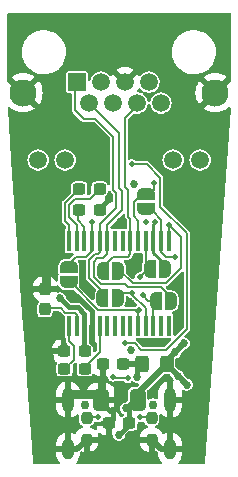
<source format=gbl>
G04 #@! TF.GenerationSoftware,KiCad,Pcbnew,(6.0.0)*
G04 #@! TF.CreationDate,2022-05-28T20:38:17-06:00*
G04 #@! TF.ProjectId,usb_to_serial,7573625f-746f-45f7-9365-7269616c2e6b,2*
G04 #@! TF.SameCoordinates,Original*
G04 #@! TF.FileFunction,Copper,L4,Bot*
G04 #@! TF.FilePolarity,Positive*
%FSLAX46Y46*%
G04 Gerber Fmt 4.6, Leading zero omitted, Abs format (unit mm)*
G04 Created by KiCad (PCBNEW (6.0.0)) date 2022-05-28 20:38:17*
%MOMM*%
%LPD*%
G01*
G04 APERTURE LIST*
G04 Aperture macros list*
%AMRoundRect*
0 Rectangle with rounded corners*
0 $1 Rounding radius*
0 $2 $3 $4 $5 $6 $7 $8 $9 X,Y pos of 4 corners*
0 Add a 4 corners polygon primitive as box body*
4,1,4,$2,$3,$4,$5,$6,$7,$8,$9,$2,$3,0*
0 Add four circle primitives for the rounded corners*
1,1,$1+$1,$2,$3*
1,1,$1+$1,$4,$5*
1,1,$1+$1,$6,$7*
1,1,$1+$1,$8,$9*
0 Add four rect primitives between the rounded corners*
20,1,$1+$1,$2,$3,$4,$5,0*
20,1,$1+$1,$4,$5,$6,$7,0*
20,1,$1+$1,$6,$7,$8,$9,0*
20,1,$1+$1,$8,$9,$2,$3,0*%
%AMFreePoly0*
4,1,22,0.500000,-0.750000,0.000000,-0.750000,0.000000,-0.745033,-0.079941,-0.743568,-0.215256,-0.701293,-0.333266,-0.622738,-0.424486,-0.514219,-0.481581,-0.384460,-0.499164,-0.250000,-0.500000,-0.250000,-0.500000,0.250000,-0.499164,0.250000,-0.499963,0.256109,-0.478152,0.396186,-0.417904,0.524511,-0.324060,0.630769,-0.204165,0.706417,-0.067858,0.745374,0.000000,0.744959,0.000000,0.750000,
0.500000,0.750000,0.500000,-0.750000,0.500000,-0.750000,$1*%
%AMFreePoly1*
4,1,20,0.000000,0.744959,0.073905,0.744508,0.209726,0.703889,0.328688,0.626782,0.421226,0.519385,0.479903,0.390333,0.500000,0.250000,0.500000,-0.250000,0.499851,-0.262216,0.476331,-0.402017,0.414519,-0.529596,0.319384,-0.634700,0.198574,-0.708877,0.061801,-0.746166,0.000000,-0.745033,0.000000,-0.750000,-0.500000,-0.750000,-0.500000,0.750000,0.000000,0.750000,0.000000,0.744959,
0.000000,0.744959,$1*%
G04 Aperture macros list end*
G04 #@! TA.AperFunction,ComponentPad*
%ADD10R,1.500000X1.500000*%
G04 #@! TD*
G04 #@! TA.AperFunction,ComponentPad*
%ADD11C,1.500000*%
G04 #@! TD*
G04 #@! TA.AperFunction,ComponentPad*
%ADD12C,2.300000*%
G04 #@! TD*
G04 #@! TA.AperFunction,ComponentPad*
%ADD13O,0.990600X1.803400*%
G04 #@! TD*
G04 #@! TA.AperFunction,ComponentPad*
%ADD14O,0.990600X2.108200*%
G04 #@! TD*
G04 #@! TA.AperFunction,ComponentPad*
%ADD15C,0.762000*%
G04 #@! TD*
G04 #@! TA.AperFunction,SMDPad,CuDef*
%ADD16FreePoly0,0.000000*%
G04 #@! TD*
G04 #@! TA.AperFunction,SMDPad,CuDef*
%ADD17FreePoly1,0.000000*%
G04 #@! TD*
G04 #@! TA.AperFunction,SMDPad,CuDef*
%ADD18RoundRect,0.237500X-0.237500X0.250000X-0.237500X-0.250000X0.237500X-0.250000X0.237500X0.250000X0*%
G04 #@! TD*
G04 #@! TA.AperFunction,SMDPad,CuDef*
%ADD19RoundRect,0.237500X-0.300000X-0.237500X0.300000X-0.237500X0.300000X0.237500X-0.300000X0.237500X0*%
G04 #@! TD*
G04 #@! TA.AperFunction,SMDPad,CuDef*
%ADD20RoundRect,0.250000X0.412500X0.650000X-0.412500X0.650000X-0.412500X-0.650000X0.412500X-0.650000X0*%
G04 #@! TD*
G04 #@! TA.AperFunction,SMDPad,CuDef*
%ADD21RoundRect,0.237500X0.300000X0.237500X-0.300000X0.237500X-0.300000X-0.237500X0.300000X-0.237500X0*%
G04 #@! TD*
G04 #@! TA.AperFunction,SMDPad,CuDef*
%ADD22RoundRect,0.250000X-0.325000X-0.450000X0.325000X-0.450000X0.325000X0.450000X-0.325000X0.450000X0*%
G04 #@! TD*
G04 #@! TA.AperFunction,SMDPad,CuDef*
%ADD23FreePoly0,180.000000*%
G04 #@! TD*
G04 #@! TA.AperFunction,SMDPad,CuDef*
%ADD24FreePoly1,180.000000*%
G04 #@! TD*
G04 #@! TA.AperFunction,SMDPad,CuDef*
%ADD25FreePoly0,90.000000*%
G04 #@! TD*
G04 #@! TA.AperFunction,SMDPad,CuDef*
%ADD26FreePoly1,90.000000*%
G04 #@! TD*
G04 #@! TA.AperFunction,SMDPad,CuDef*
%ADD27R,0.450000X1.750000*%
G04 #@! TD*
G04 #@! TA.AperFunction,SMDPad,CuDef*
%ADD28RoundRect,0.237500X0.237500X-0.300000X0.237500X0.300000X-0.237500X0.300000X-0.237500X-0.300000X0*%
G04 #@! TD*
G04 #@! TA.AperFunction,ViaPad*
%ADD29C,0.685800*%
G04 #@! TD*
G04 #@! TA.AperFunction,ViaPad*
%ADD30C,0.508000*%
G04 #@! TD*
G04 #@! TA.AperFunction,ViaPad*
%ADD31C,3.302000*%
G04 #@! TD*
G04 #@! TA.AperFunction,ViaPad*
%ADD32C,2.159000*%
G04 #@! TD*
G04 #@! TA.AperFunction,Conductor*
%ADD33C,0.200000*%
G04 #@! TD*
G04 #@! TA.AperFunction,Conductor*
%ADD34C,0.381000*%
G04 #@! TD*
G04 #@! TA.AperFunction,Conductor*
%ADD35C,0.508000*%
G04 #@! TD*
G04 #@! TA.AperFunction,Conductor*
%ADD36C,0.254000*%
G04 #@! TD*
G04 #@! TA.AperFunction,Conductor*
%ADD37C,0.762000*%
G04 #@! TD*
G04 APERTURE END LIST*
D10*
X132218119Y-99032872D03*
D11*
X133234119Y-100812872D03*
X134250119Y-99032872D03*
X135266119Y-100812872D03*
X136282119Y-99032872D03*
X137298119Y-100812872D03*
X138314119Y-99032872D03*
X139330119Y-100812872D03*
X128918119Y-105632872D03*
X131208119Y-105632872D03*
X140348119Y-105632872D03*
X142638119Y-105632872D03*
D12*
X143908119Y-99922872D03*
X127648119Y-99922872D03*
D13*
X131458117Y-130091704D03*
X140098121Y-130091704D03*
D14*
X131458117Y-125911704D03*
X140098121Y-125911704D03*
D15*
X132888120Y-126411703D03*
X138668118Y-126411703D03*
D16*
X138868119Y-117572504D03*
D17*
X140168119Y-117572504D03*
D18*
X133028119Y-127495372D03*
X133028119Y-129320372D03*
D19*
X132405619Y-108072504D03*
X134130619Y-108072504D03*
D20*
X137340619Y-125907872D03*
X134215619Y-125907872D03*
D21*
X136640619Y-127907872D03*
X134915619Y-127907872D03*
D19*
X132405619Y-109822504D03*
X134130619Y-109822504D03*
D22*
X137753119Y-122907872D03*
X139803119Y-122907872D03*
D23*
X135668119Y-117322504D03*
D24*
X134368119Y-117322504D03*
D25*
X131518119Y-115972504D03*
D26*
X131518119Y-114672504D03*
D25*
X138018119Y-109807872D03*
D26*
X138018119Y-108507872D03*
D23*
X139668119Y-114822504D03*
D24*
X138368119Y-114822504D03*
D21*
X132880619Y-121822504D03*
X131155619Y-121822504D03*
D19*
X131155619Y-123322504D03*
X132880619Y-123322504D03*
D21*
X136140619Y-122907872D03*
X134415619Y-122907872D03*
D27*
X131543119Y-112472504D03*
X132193119Y-112472504D03*
X132843119Y-112472504D03*
X133493119Y-112472504D03*
X134143119Y-112472504D03*
X134793119Y-112472504D03*
X135443119Y-112472504D03*
X136093119Y-112472504D03*
X136743119Y-112472504D03*
X137393119Y-112472504D03*
X138043119Y-112472504D03*
X138693119Y-112472504D03*
X139343119Y-112472504D03*
X139993119Y-112472504D03*
X139993119Y-119672504D03*
X139343119Y-119672504D03*
X138693119Y-119672504D03*
X138043119Y-119672504D03*
X137393119Y-119672504D03*
X136743119Y-119672504D03*
X136093119Y-119672504D03*
X135443119Y-119672504D03*
X134793119Y-119672504D03*
X134143119Y-119672504D03*
X133493119Y-119672504D03*
X132843119Y-119672504D03*
X132193119Y-119672504D03*
X131543119Y-119672504D03*
D18*
X138528119Y-127495372D03*
X138528119Y-129320372D03*
D28*
X129500000Y-118270372D03*
X129500000Y-116545372D03*
D23*
X135711867Y-114987136D03*
D24*
X134411867Y-114987136D03*
D29*
X137060125Y-107641869D03*
D30*
X138053119Y-110882872D03*
D29*
X136799167Y-121752672D03*
X135778119Y-128907872D03*
X130768119Y-117322504D03*
X141528119Y-124657872D03*
X140528119Y-121907872D03*
X136328332Y-126669504D03*
X140778119Y-123907872D03*
X141278119Y-121157872D03*
X135278119Y-126917304D03*
D31*
X129278119Y-109157872D03*
D29*
X139016488Y-121079549D03*
X136808319Y-114341707D03*
D31*
X142278119Y-108907872D03*
D29*
X138018119Y-121072504D03*
D32*
X142278119Y-122657872D03*
D29*
X136768119Y-117729624D03*
D32*
X129278119Y-122657872D03*
D29*
X134528119Y-105157872D03*
X128432165Y-116530071D03*
D30*
X133504222Y-121028906D03*
D29*
X133028119Y-116407872D03*
X134933319Y-108907872D03*
X129778119Y-115157872D03*
X131778119Y-117157872D03*
X135893696Y-110877937D03*
D30*
X134414830Y-124039334D03*
D29*
X139778119Y-104157872D03*
X140778119Y-116157872D03*
X137278119Y-102657872D03*
X140895697Y-119360461D03*
X137327672Y-123998564D03*
D30*
X134028119Y-127407872D03*
X135278119Y-123976484D03*
X136538451Y-124071031D03*
X137526350Y-127404131D03*
X133500000Y-110895071D03*
X137518119Y-115566604D03*
X138768119Y-107572504D03*
X136278119Y-121157872D03*
X136836106Y-105991844D03*
X140022408Y-111163583D03*
X140518119Y-113822504D03*
X138837219Y-110910360D03*
X137502429Y-118338194D03*
X136908399Y-116932225D03*
X137768119Y-117076493D03*
D33*
X138436878Y-127404131D02*
X138528119Y-127495372D01*
X137526350Y-127404131D02*
X138436878Y-127404131D01*
X132843119Y-111262314D02*
X132843119Y-112472504D01*
X132278119Y-110697314D02*
X132843119Y-111262314D01*
X132278119Y-109950004D02*
X132278119Y-110697314D01*
X132405619Y-109822504D02*
X132278119Y-109950004D01*
D34*
X136640619Y-127907872D02*
X136640619Y-126357217D01*
X130768119Y-117322504D02*
X131518119Y-118072504D01*
X132268119Y-118072504D02*
X132843119Y-118647504D01*
D35*
X139803119Y-122932872D02*
X139803119Y-122907872D01*
X139803119Y-122632872D02*
X139803119Y-122907872D01*
X141528119Y-124657872D02*
X139803119Y-122932872D01*
D34*
X136640619Y-126357217D02*
X137089964Y-125907872D01*
X137340619Y-125907872D02*
X137340619Y-125370372D01*
X136640619Y-127907872D02*
X136640619Y-128045372D01*
D35*
X141278119Y-121157872D02*
X139803119Y-122632872D01*
D34*
X137089964Y-125907872D02*
X136328332Y-126669504D01*
X132843119Y-118647504D02*
X132843119Y-119672504D01*
X137340619Y-125907872D02*
X137089964Y-125907872D01*
X132843119Y-119672504D02*
X132843119Y-121785004D01*
X132843119Y-121785004D02*
X132880619Y-121822504D01*
X136640619Y-128045372D02*
X135778119Y-128907872D01*
X131518119Y-118072504D02*
X132268119Y-118072504D01*
D35*
X137340619Y-125370372D02*
X139803119Y-122907872D01*
D34*
X129778119Y-115157872D02*
X129778119Y-116545372D01*
X134130619Y-109822504D02*
X134130619Y-109710572D01*
X131458117Y-125911704D02*
X131748339Y-125621482D01*
D35*
X134415619Y-124038545D02*
X134414830Y-124039334D01*
D36*
X133504222Y-121028906D02*
X133504222Y-119683607D01*
D34*
X133493119Y-118423180D02*
X133493119Y-119672504D01*
D35*
X134415619Y-124040123D02*
X134415619Y-125707872D01*
D34*
X135278119Y-126917304D02*
X135278119Y-127545372D01*
X133929229Y-125621482D02*
X134215619Y-125907872D01*
D35*
X132256787Y-130091704D02*
X131458117Y-130091704D01*
X131748339Y-125621482D02*
X131961949Y-125407872D01*
X133028119Y-129320372D02*
X132256787Y-130091704D01*
D36*
X133504222Y-119683607D02*
X133493119Y-119672504D01*
D37*
X131961949Y-125407872D02*
X133715619Y-125407872D01*
D34*
X132227811Y-117157872D02*
X133493119Y-118423180D01*
D36*
X134215619Y-126095372D02*
X134215619Y-125907872D01*
D35*
X133715619Y-125407872D02*
X133929229Y-125621482D01*
X138528119Y-129320372D02*
X139299451Y-130091704D01*
X139299451Y-130091704D02*
X140098121Y-130091704D01*
D34*
X135037551Y-126917304D02*
X134215619Y-126095372D01*
X135278119Y-127545372D02*
X134915619Y-127907872D01*
D36*
X134415619Y-125707872D02*
X134215619Y-125907872D01*
D34*
X135278119Y-126917304D02*
X135037551Y-126917304D01*
D35*
X134415619Y-122907872D02*
X134415619Y-124038545D01*
D34*
X134130619Y-109710572D02*
X134933319Y-108907872D01*
D35*
X134414830Y-124039334D02*
X134415619Y-124040123D01*
D34*
X131778119Y-117157872D02*
X132227811Y-117157872D01*
D33*
X131543119Y-112472504D02*
X131543119Y-111172872D01*
X131176199Y-109301924D02*
X132405619Y-108072504D01*
X131176199Y-110805952D02*
X131176199Y-109301924D01*
X131543119Y-111172872D02*
X131176199Y-110805952D01*
X131528119Y-109470360D02*
X132090607Y-108907872D01*
X133295251Y-108907872D02*
X134130619Y-108072504D01*
X132193119Y-111110004D02*
X131528119Y-110445004D01*
X132090607Y-108907872D02*
X133295251Y-108907872D01*
X132193119Y-112472504D02*
X132193119Y-111110004D01*
X131528119Y-110445004D02*
X131528119Y-109470360D01*
D35*
X136140619Y-122907872D02*
X137753119Y-122907872D01*
D34*
X137327672Y-123998564D02*
X137327672Y-123333319D01*
X137327672Y-123333319D02*
X137753119Y-122907872D01*
D33*
X131945039Y-122533084D02*
X131945039Y-121382280D01*
X131155619Y-123322504D02*
X131945039Y-122533084D01*
X131945039Y-121382280D02*
X131543119Y-120980360D01*
X131543119Y-120980360D02*
X131543119Y-119672504D01*
X132880619Y-123133496D02*
X132880619Y-123322504D01*
X134143119Y-121870996D02*
X132880619Y-123133496D01*
X134143119Y-119672504D02*
X134143119Y-121870996D01*
X132193119Y-118718682D02*
X132020030Y-118545593D01*
X129863487Y-118185004D02*
X129778119Y-118270372D01*
X132020030Y-118545593D02*
X131241208Y-118545593D01*
X132193119Y-119672504D02*
X132193119Y-118718682D01*
X130880619Y-118185004D02*
X129863487Y-118185004D01*
X131241208Y-118545593D02*
X130880619Y-118185004D01*
X133115619Y-127407872D02*
X133028119Y-127495372D01*
X134028119Y-127407872D02*
X133115619Y-127407872D01*
X135278119Y-123976484D02*
X135372666Y-124071031D01*
X135372666Y-124071031D02*
X136538451Y-124071031D01*
X134368119Y-116747872D02*
X134130039Y-116509792D01*
X134143119Y-113426326D02*
X134143119Y-112472504D01*
X133741208Y-113599415D02*
X133970030Y-113599415D01*
X132028119Y-101407872D02*
X132778119Y-102157872D01*
X135528119Y-109654648D02*
X134143119Y-111039648D01*
X133264288Y-115650611D02*
X133264288Y-114076335D01*
X134130039Y-116509792D02*
X134123469Y-116509792D01*
X135278119Y-108157872D02*
X135528119Y-108407872D01*
X135528119Y-108407872D02*
X135528119Y-109654648D01*
X132028119Y-99222872D02*
X132028119Y-101407872D01*
X133778119Y-102157872D02*
X135278119Y-103657872D01*
X134368119Y-117322504D02*
X134368119Y-116747872D01*
X133970030Y-113599415D02*
X134143119Y-113426326D01*
X132778119Y-102157872D02*
X133778119Y-102157872D01*
X134143119Y-111039648D02*
X134143119Y-112472504D01*
X134123469Y-116509792D02*
X133264288Y-115650611D01*
X132218119Y-99032872D02*
X132028119Y-99222872D01*
X133264288Y-114076335D02*
X133741208Y-113599415D01*
X135278119Y-103657872D02*
X135278119Y-108157872D01*
X133493119Y-112472504D02*
X133493119Y-110901952D01*
X133493119Y-110901952D02*
X133500000Y-110895071D01*
X133018119Y-113822504D02*
X133493119Y-113347504D01*
X131518119Y-114672504D02*
X131518119Y-114447504D01*
X132143119Y-113822504D02*
X133018119Y-113822504D01*
X133493119Y-113347504D02*
X133493119Y-112472504D01*
X131518119Y-114447504D02*
X132143119Y-113822504D01*
X137518119Y-115566604D02*
X138260389Y-114824334D01*
X138368119Y-114824334D02*
X138043119Y-114499334D01*
X138043119Y-114499334D02*
X138043119Y-112472504D01*
X138260389Y-114824334D02*
X138368119Y-114824334D01*
X134389288Y-113951335D02*
X134793119Y-113547504D01*
X133925924Y-113951335D02*
X134389288Y-113951335D01*
X133616208Y-114261051D02*
X133925924Y-113951335D01*
X136278119Y-116157872D02*
X134269239Y-116157872D01*
X136544671Y-116424424D02*
X136278119Y-116157872D01*
X134793119Y-111137338D02*
X136028119Y-109902338D01*
X140168119Y-117266236D02*
X139326307Y-116424424D01*
X134793119Y-113547504D02*
X134793119Y-112472504D01*
X135784030Y-103663783D02*
X135778119Y-103657872D01*
X135784030Y-108038783D02*
X135784030Y-103663783D01*
X135778119Y-103657872D02*
X135778119Y-103356872D01*
X134269239Y-116157872D02*
X133616208Y-115504841D01*
X136028119Y-109902338D02*
X136028119Y-108282872D01*
X140168119Y-117572504D02*
X140168119Y-117266236D01*
X133616208Y-115504841D02*
X133616208Y-114261051D01*
X136028119Y-108282872D02*
X135784030Y-108038783D01*
X139326307Y-116424424D02*
X136544671Y-116424424D01*
X134793119Y-112472504D02*
X134793119Y-111137338D01*
X135778119Y-103356872D02*
X133234119Y-100812872D01*
X136518119Y-113822504D02*
X136743119Y-113597504D01*
X134411867Y-114678756D02*
X135268119Y-113822504D01*
X136743119Y-110620562D02*
X136743119Y-112472504D01*
X136543689Y-108173442D02*
X136543689Y-110421132D01*
X136278119Y-107907872D02*
X136543689Y-108173442D01*
X136543689Y-110421132D02*
X136743119Y-110620562D01*
X137298119Y-101062872D02*
X136278119Y-102082872D01*
X136278119Y-102082872D02*
X136278119Y-107907872D01*
X134411867Y-114987136D02*
X134411867Y-114678756D01*
X136743119Y-113597504D02*
X136743119Y-112472504D01*
X135268119Y-113822504D02*
X136518119Y-113822504D01*
X137711851Y-108507872D02*
X138018119Y-108507872D01*
X138768119Y-108172504D02*
X138768119Y-107572504D01*
X137393119Y-110772872D02*
X137016199Y-110395952D01*
X137393119Y-112472504D02*
X137393119Y-110772872D01*
X137016199Y-110395952D02*
X137016199Y-109203524D01*
X138620039Y-108320584D02*
X138768119Y-108172504D01*
X137016199Y-109203524D02*
X137711851Y-108507872D01*
X138270039Y-108320584D02*
X138620039Y-108320584D01*
X139278119Y-108407872D02*
X139274030Y-108403783D01*
X138112091Y-105991844D02*
X136836106Y-105991844D01*
X137145207Y-121157872D02*
X137661695Y-121674360D01*
X137661695Y-121674360D02*
X139761631Y-121674360D01*
X139274030Y-107153783D02*
X138112091Y-105991844D01*
X136278119Y-121157872D02*
X137145207Y-121157872D01*
X139274030Y-108403783D02*
X139274030Y-107153783D01*
X139761631Y-121674360D02*
X141518119Y-119917872D01*
X141518119Y-111822504D02*
X139278119Y-109582504D01*
X139278119Y-109582504D02*
X139278119Y-108407872D01*
X141518119Y-119917872D02*
X141518119Y-111822504D01*
X140022408Y-111163583D02*
X141018119Y-112159294D01*
X141024030Y-113612948D02*
X141024030Y-114782060D01*
X141018119Y-113607037D02*
X141024030Y-113612948D01*
X140022408Y-111163583D02*
X139993119Y-111192872D01*
X136918119Y-116072504D02*
X135668119Y-114822504D01*
X139733586Y-116072504D02*
X136918119Y-116072504D01*
X141018119Y-112159294D02*
X141018119Y-113607037D01*
X139993119Y-111192872D02*
X139993119Y-112472504D01*
X141024030Y-114782060D02*
X139733586Y-116072504D01*
X140518119Y-113822504D02*
X139739297Y-113822504D01*
X139343119Y-110700793D02*
X139343119Y-112472504D01*
X139739297Y-113822504D02*
X139343119Y-113426326D01*
X138614830Y-109972504D02*
X139343119Y-110700793D01*
X138018119Y-109972504D02*
X138614830Y-109972504D01*
X139343119Y-113426326D02*
X139343119Y-112472504D01*
D36*
X138693119Y-113497504D02*
X139668119Y-114472504D01*
X138693119Y-112472504D02*
X138693119Y-113497504D01*
X138693119Y-111054460D02*
X138693119Y-112472504D01*
X139668119Y-114472504D02*
X139668119Y-114824334D01*
X138837219Y-110910360D02*
X138693119Y-111054460D01*
D33*
X137455619Y-118385004D02*
X137205619Y-118385004D01*
X134020039Y-118324424D02*
X137145039Y-118324424D01*
X137205619Y-118385004D02*
X137393119Y-118572504D01*
X137145039Y-118324424D02*
X137205619Y-118385004D01*
X137393119Y-118572504D02*
X137393119Y-119672504D01*
X131518119Y-115972504D02*
X131668119Y-115972504D01*
X131668119Y-115972504D02*
X134020039Y-118324424D01*
X137502429Y-118338194D02*
X137455619Y-118385004D01*
X136908399Y-116932225D02*
X136898687Y-116922513D01*
X136908399Y-116932225D02*
X136908399Y-117028713D01*
X138043119Y-118163433D02*
X138043119Y-119672504D01*
X136898687Y-116922513D02*
X136068110Y-116922513D01*
X136068110Y-116922513D02*
X135668119Y-117322504D01*
X136908399Y-117028713D02*
X138043119Y-118163433D01*
X138693119Y-119672504D02*
X138693119Y-117747504D01*
X138264130Y-117572504D02*
X137768119Y-117076493D01*
X138868119Y-117572504D02*
X138264130Y-117572504D01*
X138693119Y-117747504D02*
X138868119Y-117572504D01*
G04 #@! TA.AperFunction,Conductor*
G36*
X145219639Y-93178430D02*
G01*
X145266183Y-93232041D01*
X145277619Y-93284492D01*
X145277619Y-98860392D01*
X145257617Y-98928513D01*
X145240714Y-98949487D01*
X142938663Y-101251538D01*
X142931270Y-101265076D01*
X142935839Y-101271607D01*
X143148855Y-101402143D01*
X143157649Y-101406624D01*
X143389611Y-101502706D01*
X143398996Y-101505755D01*
X143643136Y-101564368D01*
X143652883Y-101565911D01*
X143903189Y-101585611D01*
X143913049Y-101585611D01*
X144163355Y-101565911D01*
X144173102Y-101564368D01*
X144417242Y-101505755D01*
X144426627Y-101502706D01*
X144658589Y-101406624D01*
X144667383Y-101402143D01*
X144881467Y-101270952D01*
X144889440Y-101265160D01*
X145007603Y-101164238D01*
X145072393Y-101135207D01*
X145142593Y-101145812D01*
X145195915Y-101192686D01*
X145215431Y-101260948D01*
X145215103Y-101269170D01*
X143036137Y-131290493D01*
X143011257Y-131356987D01*
X142954376Y-131399474D01*
X142910468Y-131407372D01*
X140913459Y-131407372D01*
X140845338Y-131387370D01*
X140798845Y-131333714D01*
X140788741Y-131263440D01*
X140818235Y-131198860D01*
X140826886Y-131189823D01*
X140856897Y-131161443D01*
X140865194Y-131151831D01*
X140974776Y-130995331D01*
X140980976Y-130984237D01*
X141056853Y-130808896D01*
X141060695Y-130796784D01*
X141100081Y-130608254D01*
X141101323Y-130598687D01*
X141101334Y-130598489D01*
X141101421Y-130595156D01*
X141101421Y-130363819D01*
X141096946Y-130348580D01*
X141095556Y-130347375D01*
X141087873Y-130345704D01*
X139970121Y-130345704D01*
X139902000Y-130325702D01*
X139855507Y-130272046D01*
X139844121Y-130219704D01*
X139844121Y-129819589D01*
X140352121Y-129819589D01*
X140356596Y-129834828D01*
X140357986Y-129836033D01*
X140365669Y-129837704D01*
X141083306Y-129837704D01*
X141098545Y-129833229D01*
X141099750Y-129831839D01*
X141101421Y-129824156D01*
X141101421Y-129637563D01*
X141101098Y-129631188D01*
X141086642Y-129488871D01*
X141084088Y-129476431D01*
X141026956Y-129294123D01*
X141021947Y-129282435D01*
X140929322Y-129115334D01*
X140922078Y-129104911D01*
X140797735Y-128959839D01*
X140788541Y-128951084D01*
X140637576Y-128833984D01*
X140626803Y-128827251D01*
X140455376Y-128742898D01*
X140443469Y-128738470D01*
X140369652Y-128719242D01*
X140355557Y-128719676D01*
X140352121Y-128727857D01*
X140352121Y-129819589D01*
X139844121Y-129819589D01*
X139844121Y-128727806D01*
X139840148Y-128714275D01*
X139834046Y-128713398D01*
X139662021Y-128776692D01*
X139650613Y-128782256D01*
X139622191Y-128799878D01*
X139553755Y-128818776D01*
X139485967Y-128797674D01*
X139446174Y-128751448D01*
X139445316Y-128751979D01*
X139441952Y-128746543D01*
X139441693Y-128746242D01*
X139441466Y-128745757D01*
X139357693Y-128610380D01*
X139348659Y-128598982D01*
X139235990Y-128486509D01*
X139224579Y-128477497D01*
X139089056Y-128393960D01*
X139075879Y-128387816D01*
X138931350Y-128339878D01*
X138872990Y-128299448D01*
X138845753Y-128233883D01*
X138858286Y-128164002D01*
X138906611Y-128111990D01*
X138913815Y-128108018D01*
X138915735Y-128107039D01*
X138997951Y-128065149D01*
X139085396Y-127977704D01*
X139114161Y-127921249D01*
X139137037Y-127876353D01*
X139137039Y-127876348D01*
X139141539Y-127867516D01*
X139156019Y-127776094D01*
X139156019Y-127253676D01*
X139176021Y-127185555D01*
X139229677Y-127139062D01*
X139299951Y-127128958D01*
X139364531Y-127158452D01*
X139377687Y-127171678D01*
X139398507Y-127195969D01*
X139407701Y-127204724D01*
X139558666Y-127321824D01*
X139569439Y-127328557D01*
X139740866Y-127412910D01*
X139752773Y-127417338D01*
X139826590Y-127436566D01*
X139840685Y-127436132D01*
X139844100Y-127428002D01*
X140352121Y-127428002D01*
X140356094Y-127441533D01*
X140362196Y-127442410D01*
X140534221Y-127379116D01*
X140545627Y-127373554D01*
X140708014Y-127272870D01*
X140718075Y-127265122D01*
X140856892Y-127133849D01*
X140865194Y-127124231D01*
X140974776Y-126967731D01*
X140980976Y-126956637D01*
X141056853Y-126781296D01*
X141060695Y-126769184D01*
X141100081Y-126580654D01*
X141101323Y-126571087D01*
X141101334Y-126570889D01*
X141101421Y-126567556D01*
X141101421Y-126183819D01*
X141096946Y-126168580D01*
X141095556Y-126167375D01*
X141087873Y-126165704D01*
X140370236Y-126165704D01*
X140354997Y-126170179D01*
X140353792Y-126171569D01*
X140352121Y-126179252D01*
X140352121Y-127428002D01*
X139844100Y-127428002D01*
X139844121Y-127427951D01*
X139844121Y-124395406D01*
X139840148Y-124381875D01*
X139834046Y-124380998D01*
X139662021Y-124444292D01*
X139650615Y-124449854D01*
X139488228Y-124550538D01*
X139478167Y-124558286D01*
X139339350Y-124689559D01*
X139331048Y-124699177D01*
X139221466Y-124855677D01*
X139215266Y-124866771D01*
X139139389Y-125042112D01*
X139135547Y-125054224D01*
X139096161Y-125242754D01*
X139094919Y-125252321D01*
X139094908Y-125252519D01*
X139094821Y-125255852D01*
X139094821Y-125749684D01*
X139074819Y-125817805D01*
X139021163Y-125864298D01*
X138950889Y-125874402D01*
X138920603Y-125866093D01*
X138832562Y-125829625D01*
X138832559Y-125829624D01*
X138824932Y-125826465D01*
X138759153Y-125817805D01*
X138711574Y-125811541D01*
X138711573Y-125811541D01*
X138707487Y-125811003D01*
X138628749Y-125811003D01*
X138624663Y-125811541D01*
X138624662Y-125811541D01*
X138577083Y-125817805D01*
X138511304Y-125826465D01*
X138365177Y-125886993D01*
X138358625Y-125892020D01*
X138351472Y-125896150D01*
X138350811Y-125895004D01*
X138292499Y-125917545D01*
X138222950Y-125903278D01*
X138172156Y-125853676D01*
X138156019Y-125791982D01*
X138156019Y-125226164D01*
X138155245Y-125221276D01*
X138155244Y-125221266D01*
X138152971Y-125206918D01*
X138162069Y-125136507D01*
X138188324Y-125098110D01*
X139488757Y-123797677D01*
X139551069Y-123763651D01*
X139577852Y-123760772D01*
X140003386Y-123760772D01*
X140071507Y-123780774D01*
X140092481Y-123797677D01*
X140259112Y-123964308D01*
X140293138Y-124026620D01*
X140294124Y-124032293D01*
X140294509Y-124033672D01*
X140295673Y-124042573D01*
X140352871Y-124172566D01*
X140358646Y-124179436D01*
X140358649Y-124179441D01*
X140378290Y-124202807D01*
X140406811Y-124267823D01*
X140395655Y-124337938D01*
X140357476Y-124382708D01*
X140352121Y-124395457D01*
X140352121Y-125639589D01*
X140356596Y-125654828D01*
X140357986Y-125656033D01*
X140365669Y-125657704D01*
X141083306Y-125657704D01*
X141098545Y-125653229D01*
X141099750Y-125651839D01*
X141101421Y-125644156D01*
X141101421Y-125305163D01*
X141101098Y-125298788D01*
X141092167Y-125210863D01*
X141105183Y-125141070D01*
X141153865Y-125089393D01*
X141222758Y-125072239D01*
X141287341Y-125093243D01*
X141305004Y-125105001D01*
X141305006Y-125105002D01*
X141312477Y-125109975D01*
X141321041Y-125112651D01*
X141321044Y-125112652D01*
X141439468Y-125149651D01*
X141439472Y-125149652D01*
X141448035Y-125152327D01*
X141516572Y-125153583D01*
X141581055Y-125154765D01*
X141581058Y-125154765D01*
X141590031Y-125154929D01*
X141632257Y-125143417D01*
X141718388Y-125119935D01*
X141718391Y-125119934D01*
X141727050Y-125117573D01*
X141739453Y-125109958D01*
X141840425Y-125047961D01*
X141848077Y-125043263D01*
X141858925Y-125031279D01*
X141937354Y-124944631D01*
X141937355Y-124944630D01*
X141943382Y-124937971D01*
X141977107Y-124868364D01*
X142001391Y-124818241D01*
X142001391Y-124818240D01*
X142005305Y-124810162D01*
X142028867Y-124670110D01*
X142029017Y-124657872D01*
X142015561Y-124563909D01*
X142010157Y-124526173D01*
X142010156Y-124526170D01*
X142008884Y-124517287D01*
X142002274Y-124502749D01*
X141953819Y-124396177D01*
X141953817Y-124396174D01*
X141950102Y-124388003D01*
X141857397Y-124280414D01*
X141785259Y-124233656D01*
X141745756Y-124208051D01*
X141745754Y-124208050D01*
X141738222Y-124203168D01*
X141641222Y-124174160D01*
X141588228Y-124142538D01*
X141296237Y-123850546D01*
X141262212Y-123788234D01*
X141260610Y-123779337D01*
X141258884Y-123767287D01*
X141255170Y-123759118D01*
X141203819Y-123646177D01*
X141203817Y-123646174D01*
X141200102Y-123638003D01*
X141107397Y-123530414D01*
X141035677Y-123483927D01*
X140995753Y-123458049D01*
X140995751Y-123458048D01*
X140988222Y-123453168D01*
X140979625Y-123450597D01*
X140979623Y-123450596D01*
X140896870Y-123425848D01*
X140891221Y-123424159D01*
X140838229Y-123392538D01*
X140567924Y-123122234D01*
X140533899Y-123059921D01*
X140531019Y-123033138D01*
X140531019Y-122532605D01*
X140551021Y-122464484D01*
X140567924Y-122443510D01*
X140589015Y-122422419D01*
X140644967Y-122389951D01*
X140682272Y-122379781D01*
X140718388Y-122369935D01*
X140718391Y-122369934D01*
X140727050Y-122367573D01*
X140743274Y-122357612D01*
X140840425Y-122297961D01*
X140848077Y-122293263D01*
X140860108Y-122279972D01*
X140937354Y-122194631D01*
X140937355Y-122194630D01*
X140943382Y-122187971D01*
X140967563Y-122138063D01*
X141001391Y-122068241D01*
X141001391Y-122068240D01*
X141005305Y-122060162D01*
X141009553Y-122034912D01*
X141044712Y-121966722D01*
X141339015Y-121672419D01*
X141394967Y-121639951D01*
X141420012Y-121633123D01*
X141468388Y-121619935D01*
X141468391Y-121619934D01*
X141477050Y-121617573D01*
X141503603Y-121601270D01*
X141553134Y-121570858D01*
X141598077Y-121543263D01*
X141635255Y-121502190D01*
X141687354Y-121444631D01*
X141687355Y-121444630D01*
X141693382Y-121437971D01*
X141702777Y-121418581D01*
X141751391Y-121318241D01*
X141751391Y-121318240D01*
X141755305Y-121310162D01*
X141770388Y-121220510D01*
X141778060Y-121174908D01*
X141778060Y-121174905D01*
X141778867Y-121170110D01*
X141779017Y-121157872D01*
X141761585Y-121036147D01*
X141760157Y-121026173D01*
X141760156Y-121026170D01*
X141758884Y-121017287D01*
X141744594Y-120985857D01*
X141703819Y-120896177D01*
X141703817Y-120896174D01*
X141700102Y-120888003D01*
X141607397Y-120780414D01*
X141529327Y-120729811D01*
X141495753Y-120708049D01*
X141495751Y-120708048D01*
X141488222Y-120703168D01*
X141479625Y-120700597D01*
X141479623Y-120700596D01*
X141384348Y-120672103D01*
X141324814Y-120633421D01*
X141295644Y-120568694D01*
X141306099Y-120498471D01*
X141331355Y-120462291D01*
X141670556Y-120123090D01*
X141689649Y-120107420D01*
X141690134Y-120107096D01*
X141700450Y-120100203D01*
X141756346Y-120016549D01*
X141771019Y-119942783D01*
X141775974Y-119917872D01*
X141773440Y-119905131D01*
X141771019Y-119880551D01*
X141771019Y-111859825D01*
X141773440Y-111835243D01*
X141773553Y-111834675D01*
X141775974Y-111822504D01*
X141756346Y-111723827D01*
X141749452Y-111713509D01*
X141749451Y-111713507D01*
X141733489Y-111689619D01*
X141714561Y-111661291D01*
X141714560Y-111661290D01*
X141700450Y-111640173D01*
X141689649Y-111632956D01*
X141670556Y-111617286D01*
X139567924Y-109514654D01*
X139533898Y-109452342D01*
X139531019Y-109425559D01*
X139531019Y-108445193D01*
X139533440Y-108420613D01*
X139533553Y-108420045D01*
X139533553Y-108420043D01*
X139535974Y-108407872D01*
X139529351Y-108374575D01*
X139526930Y-108349994D01*
X139526930Y-107191104D01*
X139529351Y-107166524D01*
X139529464Y-107165956D01*
X139529464Y-107165954D01*
X139531885Y-107153783D01*
X139512257Y-107055106D01*
X139470472Y-106992571D01*
X139456361Y-106971452D01*
X139445557Y-106964233D01*
X139426464Y-106948563D01*
X138317309Y-105839407D01*
X138301639Y-105820314D01*
X138301315Y-105819829D01*
X138294422Y-105809513D01*
X138273305Y-105795403D01*
X138273304Y-105795402D01*
X138221085Y-105760510D01*
X138221083Y-105760509D01*
X138210768Y-105753617D01*
X138198601Y-105751197D01*
X138198599Y-105751196D01*
X138191041Y-105749693D01*
X138137002Y-105738944D01*
X138112091Y-105733989D01*
X138099920Y-105736410D01*
X138099918Y-105736410D01*
X138099350Y-105736523D01*
X138074770Y-105738944D01*
X137229875Y-105738944D01*
X137161754Y-105718942D01*
X137140780Y-105702039D01*
X137086267Y-105647526D01*
X137057507Y-105632872D01*
X139440246Y-105632872D01*
X139440936Y-105639437D01*
X139458812Y-105809513D01*
X139460085Y-105821629D01*
X139518736Y-106002137D01*
X139613634Y-106166506D01*
X139740633Y-106307553D01*
X139745975Y-106311434D01*
X139745977Y-106311436D01*
X139888840Y-106415232D01*
X139894182Y-106419113D01*
X139900210Y-106421797D01*
X139900212Y-106421798D01*
X140061540Y-106493626D01*
X140067571Y-106496311D01*
X140141434Y-106512011D01*
X140246763Y-106534400D01*
X140246767Y-106534400D01*
X140253220Y-106535772D01*
X140443018Y-106535772D01*
X140449471Y-106534400D01*
X140449475Y-106534400D01*
X140554804Y-106512011D01*
X140628667Y-106496311D01*
X140634698Y-106493626D01*
X140796026Y-106421798D01*
X140796028Y-106421797D01*
X140802056Y-106419113D01*
X140807398Y-106415232D01*
X140950261Y-106311436D01*
X140950263Y-106311434D01*
X140955605Y-106307553D01*
X141082604Y-106166506D01*
X141177502Y-106002137D01*
X141236153Y-105821629D01*
X141237427Y-105809513D01*
X141255302Y-105639437D01*
X141255992Y-105632872D01*
X141730246Y-105632872D01*
X141730936Y-105639437D01*
X141748812Y-105809513D01*
X141750085Y-105821629D01*
X141808736Y-106002137D01*
X141903634Y-106166506D01*
X142030633Y-106307553D01*
X142035975Y-106311434D01*
X142035977Y-106311436D01*
X142178840Y-106415232D01*
X142184182Y-106419113D01*
X142190210Y-106421797D01*
X142190212Y-106421798D01*
X142351540Y-106493626D01*
X142357571Y-106496311D01*
X142431434Y-106512011D01*
X142536763Y-106534400D01*
X142536767Y-106534400D01*
X142543220Y-106535772D01*
X142733018Y-106535772D01*
X142739471Y-106534400D01*
X142739475Y-106534400D01*
X142844804Y-106512011D01*
X142918667Y-106496311D01*
X142924698Y-106493626D01*
X143086026Y-106421798D01*
X143086028Y-106421797D01*
X143092056Y-106419113D01*
X143097398Y-106415232D01*
X143240261Y-106311436D01*
X143240263Y-106311434D01*
X143245605Y-106307553D01*
X143372604Y-106166506D01*
X143467502Y-106002137D01*
X143526153Y-105821629D01*
X143527427Y-105809513D01*
X143545302Y-105639437D01*
X143545992Y-105632872D01*
X143541645Y-105591510D01*
X143526843Y-105450678D01*
X143526843Y-105450676D01*
X143526153Y-105444115D01*
X143467502Y-105263607D01*
X143372604Y-105099238D01*
X143245605Y-104958191D01*
X143092056Y-104846631D01*
X143086028Y-104843947D01*
X143086026Y-104843946D01*
X142924698Y-104772118D01*
X142924696Y-104772118D01*
X142918667Y-104769433D01*
X142825843Y-104749703D01*
X142739475Y-104731344D01*
X142739471Y-104731344D01*
X142733018Y-104729972D01*
X142543220Y-104729972D01*
X142536767Y-104731344D01*
X142536763Y-104731344D01*
X142450396Y-104749702D01*
X142357571Y-104769433D01*
X142351542Y-104772117D01*
X142351540Y-104772118D01*
X142190213Y-104843946D01*
X142190211Y-104843947D01*
X142184183Y-104846631D01*
X142178842Y-104850511D01*
X142178841Y-104850512D01*
X142035977Y-104954308D01*
X142035975Y-104954310D01*
X142030633Y-104958191D01*
X141903634Y-105099238D01*
X141808736Y-105263607D01*
X141750085Y-105444115D01*
X141749395Y-105450676D01*
X141749395Y-105450678D01*
X141734593Y-105591510D01*
X141730246Y-105632872D01*
X141255992Y-105632872D01*
X141251645Y-105591510D01*
X141236843Y-105450678D01*
X141236843Y-105450676D01*
X141236153Y-105444115D01*
X141177502Y-105263607D01*
X141082604Y-105099238D01*
X140955605Y-104958191D01*
X140802056Y-104846631D01*
X140796028Y-104843947D01*
X140796026Y-104843946D01*
X140634698Y-104772118D01*
X140634696Y-104772118D01*
X140628667Y-104769433D01*
X140535843Y-104749703D01*
X140449475Y-104731344D01*
X140449471Y-104731344D01*
X140443018Y-104729972D01*
X140253220Y-104729972D01*
X140246767Y-104731344D01*
X140246763Y-104731344D01*
X140160396Y-104749702D01*
X140067571Y-104769433D01*
X140061542Y-104772117D01*
X140061540Y-104772118D01*
X139900213Y-104843946D01*
X139900211Y-104843947D01*
X139894183Y-104846631D01*
X139888842Y-104850511D01*
X139888841Y-104850512D01*
X139745977Y-104954308D01*
X139745975Y-104954310D01*
X139740633Y-104958191D01*
X139613634Y-105099238D01*
X139518736Y-105263607D01*
X139460085Y-105444115D01*
X139459395Y-105450676D01*
X139459395Y-105450678D01*
X139444593Y-105591510D01*
X139440246Y-105632872D01*
X137057507Y-105632872D01*
X136997520Y-105602307D01*
X136976458Y-105591575D01*
X136976457Y-105591575D01*
X136967624Y-105587074D01*
X136836106Y-105566244D01*
X136704588Y-105587074D01*
X136695878Y-105591512D01*
X136624988Y-105593538D01*
X136564190Y-105556875D01*
X136532864Y-105493163D01*
X136531019Y-105471677D01*
X136531019Y-102239818D01*
X136551021Y-102171697D01*
X136567923Y-102150723D01*
X136989617Y-101729028D01*
X137051930Y-101695003D01*
X137104909Y-101694876D01*
X137183569Y-101711595D01*
X137203220Y-101715772D01*
X137393018Y-101715772D01*
X137399471Y-101714400D01*
X137399475Y-101714400D01*
X137491326Y-101694876D01*
X137578667Y-101676311D01*
X137584698Y-101673626D01*
X137746026Y-101601798D01*
X137746028Y-101601797D01*
X137752056Y-101599113D01*
X137770640Y-101585611D01*
X137900261Y-101491436D01*
X137900263Y-101491434D01*
X137905605Y-101487553D01*
X138032604Y-101346506D01*
X138091664Y-101244210D01*
X138124198Y-101187860D01*
X138124199Y-101187859D01*
X138127502Y-101182137D01*
X138186153Y-101001629D01*
X138188809Y-100976358D01*
X138215822Y-100910702D01*
X138274044Y-100870072D01*
X138344989Y-100867369D01*
X138406133Y-100903451D01*
X138438063Y-100966862D01*
X138439429Y-100976356D01*
X138442085Y-101001629D01*
X138500736Y-101182137D01*
X138504039Y-101187859D01*
X138504040Y-101187860D01*
X138536574Y-101244210D01*
X138595634Y-101346506D01*
X138722633Y-101487553D01*
X138727975Y-101491434D01*
X138727977Y-101491436D01*
X138857598Y-101585611D01*
X138876182Y-101599113D01*
X138882210Y-101601797D01*
X138882212Y-101601798D01*
X139043540Y-101673626D01*
X139049571Y-101676311D01*
X139136912Y-101694876D01*
X139228763Y-101714400D01*
X139228767Y-101714400D01*
X139235220Y-101715772D01*
X139425018Y-101715772D01*
X139431471Y-101714400D01*
X139431475Y-101714400D01*
X139523326Y-101694876D01*
X139610667Y-101676311D01*
X139616698Y-101673626D01*
X139778026Y-101601798D01*
X139778028Y-101601797D01*
X139784056Y-101599113D01*
X139802640Y-101585611D01*
X139932261Y-101491436D01*
X139932263Y-101491434D01*
X139937605Y-101487553D01*
X140064604Y-101346506D01*
X140123664Y-101244210D01*
X140156198Y-101187860D01*
X140156199Y-101187859D01*
X140159502Y-101182137D01*
X140218153Y-101001629D01*
X140237992Y-100812872D01*
X140218153Y-100624115D01*
X140159502Y-100443607D01*
X140138938Y-100407988D01*
X140084669Y-100313992D01*
X140064604Y-100279238D01*
X139981059Y-100186451D01*
X139942027Y-100143102D01*
X139942026Y-100143101D01*
X139937605Y-100138191D01*
X139882201Y-100097937D01*
X139789398Y-100030512D01*
X139789397Y-100030511D01*
X139784056Y-100026631D01*
X139778028Y-100023947D01*
X139778026Y-100023946D01*
X139616698Y-99952118D01*
X139616696Y-99952118D01*
X139610667Y-99949433D01*
X139516048Y-99929321D01*
X139508902Y-99927802D01*
X142245380Y-99927802D01*
X142265080Y-100178108D01*
X142266623Y-100187855D01*
X142325236Y-100431995D01*
X142328285Y-100441380D01*
X142424367Y-100673342D01*
X142428848Y-100682136D01*
X142558523Y-100893747D01*
X142567789Y-100899794D01*
X142577994Y-100893787D01*
X143536097Y-99935684D01*
X143543711Y-99921740D01*
X143543580Y-99919907D01*
X143539329Y-99913292D01*
X142579453Y-98953416D01*
X142565915Y-98946023D01*
X142559384Y-98950592D01*
X142428848Y-99163608D01*
X142424367Y-99172402D01*
X142328285Y-99404364D01*
X142325236Y-99413749D01*
X142266623Y-99657889D01*
X142265080Y-99667636D01*
X142245380Y-99917942D01*
X142245380Y-99927802D01*
X139508902Y-99927802D01*
X139431475Y-99911344D01*
X139431471Y-99911344D01*
X139425018Y-99909972D01*
X139235220Y-99909972D01*
X139228767Y-99911344D01*
X139228763Y-99911344D01*
X139144190Y-99929321D01*
X139049571Y-99949433D01*
X139043542Y-99952117D01*
X139043540Y-99952118D01*
X138954421Y-99991797D01*
X138884054Y-100001231D01*
X138861762Y-99990793D01*
X138861620Y-100005702D01*
X138822669Y-100065060D01*
X138815131Y-100070988D01*
X138803135Y-100079703D01*
X138727977Y-100134308D01*
X138727975Y-100134310D01*
X138722633Y-100138191D01*
X138718212Y-100143101D01*
X138718211Y-100143102D01*
X138679180Y-100186451D01*
X138595634Y-100279238D01*
X138575569Y-100313992D01*
X138521301Y-100407988D01*
X138500736Y-100443607D01*
X138442085Y-100624115D01*
X138441396Y-100630674D01*
X138441395Y-100630677D01*
X138439429Y-100649386D01*
X138412416Y-100715042D01*
X138354194Y-100755672D01*
X138283249Y-100758375D01*
X138222105Y-100722293D01*
X138190175Y-100658882D01*
X138188809Y-100649386D01*
X138186843Y-100630677D01*
X138186842Y-100630674D01*
X138186153Y-100624115D01*
X138127502Y-100443607D01*
X138106938Y-100407988D01*
X138052669Y-100313992D01*
X138032604Y-100279238D01*
X137949059Y-100186451D01*
X137910027Y-100143102D01*
X137910026Y-100143101D01*
X137905605Y-100138191D01*
X137813111Y-100070990D01*
X137769758Y-100014769D01*
X137767753Y-99991424D01*
X137753604Y-99999414D01*
X137682723Y-99995361D01*
X137673816Y-99991796D01*
X137584698Y-99952118D01*
X137584696Y-99952118D01*
X137578667Y-99949433D01*
X137414431Y-99914523D01*
X137351959Y-99880796D01*
X137317637Y-99818646D01*
X137322365Y-99747807D01*
X137337415Y-99719007D01*
X137372590Y-99668771D01*
X137378063Y-99659293D01*
X137394890Y-99623207D01*
X137441808Y-99569922D01*
X137510085Y-99550461D01*
X137578045Y-99571003D01*
X137602721Y-99592147D01*
X137702211Y-99702642D01*
X137706633Y-99707553D01*
X137711975Y-99711434D01*
X137711977Y-99711436D01*
X137799126Y-99774753D01*
X137842480Y-99830975D01*
X137844485Y-99854320D01*
X137858634Y-99846330D01*
X137929515Y-99850383D01*
X137938422Y-99853948D01*
X138003202Y-99882790D01*
X138033571Y-99896311D01*
X138104296Y-99911344D01*
X138212763Y-99934400D01*
X138212767Y-99934400D01*
X138219220Y-99935772D01*
X138409018Y-99935772D01*
X138415471Y-99934400D01*
X138415475Y-99934400D01*
X138523942Y-99911344D01*
X138594667Y-99896311D01*
X138689818Y-99853947D01*
X138760185Y-99844513D01*
X138782477Y-99854951D01*
X138782619Y-99840043D01*
X138821569Y-99780685D01*
X138829111Y-99774754D01*
X138916261Y-99711436D01*
X138916263Y-99711434D01*
X138921605Y-99707553D01*
X138926027Y-99702642D01*
X139044185Y-99571414D01*
X139044186Y-99571413D01*
X139048604Y-99566506D01*
X139143502Y-99402137D01*
X139202153Y-99221629D01*
X139221992Y-99032872D01*
X139206708Y-98887450D01*
X139202843Y-98850678D01*
X139202843Y-98850676D01*
X139202153Y-98844115D01*
X139143502Y-98663607D01*
X139096699Y-98582542D01*
X142931197Y-98582542D01*
X142937204Y-98592747D01*
X143895307Y-99550850D01*
X143909251Y-99558464D01*
X143911084Y-99558333D01*
X143917699Y-99554082D01*
X144877575Y-98594206D01*
X144884968Y-98580668D01*
X144880399Y-98574137D01*
X144667383Y-98443601D01*
X144658589Y-98439120D01*
X144426627Y-98343038D01*
X144417242Y-98339989D01*
X144173102Y-98281376D01*
X144163355Y-98279833D01*
X143913049Y-98260133D01*
X143903189Y-98260133D01*
X143652883Y-98279833D01*
X143643136Y-98281376D01*
X143398996Y-98339989D01*
X143389611Y-98343038D01*
X143157649Y-98439120D01*
X143148855Y-98443601D01*
X142937244Y-98573276D01*
X142931197Y-98582542D01*
X139096699Y-98582542D01*
X139048604Y-98499238D01*
X138930624Y-98368207D01*
X138926027Y-98363102D01*
X138926026Y-98363101D01*
X138921605Y-98358191D01*
X138915419Y-98353696D01*
X138773398Y-98250512D01*
X138773397Y-98250511D01*
X138768056Y-98246631D01*
X138762028Y-98243947D01*
X138762026Y-98243946D01*
X138600698Y-98172118D01*
X138600696Y-98172118D01*
X138594667Y-98169433D01*
X138501842Y-98149702D01*
X138415475Y-98131344D01*
X138415471Y-98131344D01*
X138409018Y-98129972D01*
X138219220Y-98129972D01*
X138212767Y-98131344D01*
X138212763Y-98131344D01*
X138126395Y-98149703D01*
X138033571Y-98169433D01*
X138027542Y-98172117D01*
X138027540Y-98172118D01*
X137866213Y-98243946D01*
X137866211Y-98243947D01*
X137860183Y-98246631D01*
X137854842Y-98250511D01*
X137854841Y-98250512D01*
X137711977Y-98354308D01*
X137711975Y-98354310D01*
X137706633Y-98358191D01*
X137702212Y-98363101D01*
X137702211Y-98363102D01*
X137602721Y-98473597D01*
X137542275Y-98510837D01*
X137471291Y-98509485D01*
X137412307Y-98469972D01*
X137394890Y-98442537D01*
X137378065Y-98406455D01*
X137372585Y-98396965D01*
X137343708Y-98355723D01*
X137333232Y-98347349D01*
X137319785Y-98354417D01*
X136641329Y-99032872D01*
X136371214Y-99302988D01*
X136308902Y-99337013D01*
X136238086Y-99331948D01*
X136193024Y-99302987D01*
X135922909Y-99032872D01*
X135243732Y-98353696D01*
X135231958Y-98347266D01*
X135219943Y-98356562D01*
X135191653Y-98396965D01*
X135186173Y-98406455D01*
X135169348Y-98442537D01*
X135122430Y-98495822D01*
X135054153Y-98515283D01*
X134986193Y-98494741D01*
X134961517Y-98473597D01*
X134862027Y-98363102D01*
X134862026Y-98363101D01*
X134857605Y-98358191D01*
X134851419Y-98353696D01*
X134709398Y-98250512D01*
X134709397Y-98250511D01*
X134704056Y-98246631D01*
X134698028Y-98243947D01*
X134698026Y-98243946D01*
X134536698Y-98172118D01*
X134536696Y-98172118D01*
X134530667Y-98169433D01*
X134437842Y-98149702D01*
X134351475Y-98131344D01*
X134351471Y-98131344D01*
X134345018Y-98129972D01*
X134155220Y-98129972D01*
X134148767Y-98131344D01*
X134148763Y-98131344D01*
X134062395Y-98149703D01*
X133969571Y-98169433D01*
X133963542Y-98172117D01*
X133963540Y-98172118D01*
X133802213Y-98243946D01*
X133802211Y-98243947D01*
X133796183Y-98246631D01*
X133790842Y-98250511D01*
X133790841Y-98250512D01*
X133647977Y-98354308D01*
X133647975Y-98354310D01*
X133642633Y-98358191D01*
X133638212Y-98363101D01*
X133638211Y-98363102D01*
X133633615Y-98368207D01*
X133515634Y-98499238D01*
X133420736Y-98663607D01*
X133366851Y-98829447D01*
X133326777Y-98888052D01*
X133261380Y-98915689D01*
X133191424Y-98903582D01*
X133139118Y-98855576D01*
X133121018Y-98790510D01*
X133121018Y-98267816D01*
X133117576Y-98250512D01*
X133114569Y-98235389D01*
X133114567Y-98235383D01*
X133112147Y-98223214D01*
X133078353Y-98172638D01*
X133038098Y-98145740D01*
X133038094Y-98145737D01*
X133038091Y-98145736D01*
X133027777Y-98138844D01*
X133015610Y-98136424D01*
X133015608Y-98136423D01*
X132990073Y-98131344D01*
X132983176Y-98129972D01*
X132218243Y-98129972D01*
X131453063Y-98129973D01*
X131436409Y-98133285D01*
X131420636Y-98136422D01*
X131420634Y-98136423D01*
X131408461Y-98138844D01*
X131357885Y-98172638D01*
X131350992Y-98182954D01*
X131330984Y-98212897D01*
X131330983Y-98212900D01*
X131324091Y-98223214D01*
X131315219Y-98267815D01*
X131315220Y-99797928D01*
X131316428Y-99804000D01*
X131319434Y-99819113D01*
X131324091Y-99842530D01*
X131330986Y-99852850D01*
X131330987Y-99852851D01*
X131331720Y-99853948D01*
X131357885Y-99893106D01*
X131368201Y-99899999D01*
X131398144Y-99920007D01*
X131398147Y-99920008D01*
X131408461Y-99926900D01*
X131420628Y-99929320D01*
X131420630Y-99929321D01*
X131430178Y-99931220D01*
X131453062Y-99935772D01*
X131649219Y-99935772D01*
X131717340Y-99955774D01*
X131763833Y-100009430D01*
X131775219Y-100061772D01*
X131775219Y-101370551D01*
X131772798Y-101395131D01*
X131772716Y-101395546D01*
X131770264Y-101407872D01*
X131775219Y-101432783D01*
X131789892Y-101506549D01*
X131845788Y-101590203D01*
X131856104Y-101597096D01*
X131856589Y-101597420D01*
X131875682Y-101613090D01*
X132572901Y-102310309D01*
X132588567Y-102329396D01*
X132595788Y-102340203D01*
X132606104Y-102347096D01*
X132616905Y-102354313D01*
X132616906Y-102354314D01*
X132669122Y-102389204D01*
X132669124Y-102389205D01*
X132679442Y-102396099D01*
X132778119Y-102415727D01*
X132790290Y-102413306D01*
X132790292Y-102413306D01*
X132790860Y-102413193D01*
X132815440Y-102410772D01*
X133621174Y-102410772D01*
X133689295Y-102430774D01*
X133710269Y-102447677D01*
X134988314Y-103725722D01*
X135022340Y-103788034D01*
X135025219Y-103814817D01*
X135025219Y-107617216D01*
X135005217Y-107685337D01*
X134951561Y-107731830D01*
X134881287Y-107741934D01*
X134816707Y-107712440D01*
X134786952Y-107674418D01*
X134772850Y-107646741D01*
X134750396Y-107602672D01*
X134662951Y-107515227D01*
X134606496Y-107486462D01*
X134561600Y-107463586D01*
X134561597Y-107463585D01*
X134552763Y-107459084D01*
X134461341Y-107444604D01*
X133799897Y-107444604D01*
X133708475Y-107459084D01*
X133699641Y-107463585D01*
X133699638Y-107463586D01*
X133654742Y-107486462D01*
X133598287Y-107515227D01*
X133510842Y-107602672D01*
X133488388Y-107646741D01*
X133459201Y-107704023D01*
X133459200Y-107704026D01*
X133454699Y-107712860D01*
X133440219Y-107804282D01*
X133440219Y-108340726D01*
X133440578Y-108342994D01*
X133426136Y-108411751D01*
X133404214Y-108441254D01*
X133290544Y-108554924D01*
X133228232Y-108588950D01*
X133157417Y-108583885D01*
X133100581Y-108541338D01*
X133075770Y-108474818D01*
X133080798Y-108433603D01*
X133081539Y-108432148D01*
X133096019Y-108340726D01*
X133096019Y-107804282D01*
X133081539Y-107712860D01*
X133077038Y-107704026D01*
X133077037Y-107704023D01*
X133047850Y-107646741D01*
X133025396Y-107602672D01*
X132937951Y-107515227D01*
X132881496Y-107486462D01*
X132836600Y-107463586D01*
X132836597Y-107463585D01*
X132827763Y-107459084D01*
X132736341Y-107444604D01*
X132074897Y-107444604D01*
X131983475Y-107459084D01*
X131974641Y-107463585D01*
X131974638Y-107463586D01*
X131929742Y-107486462D01*
X131873287Y-107515227D01*
X131785842Y-107602672D01*
X131763388Y-107646741D01*
X131734201Y-107704023D01*
X131734200Y-107704026D01*
X131729699Y-107712860D01*
X131715219Y-107804282D01*
X131715219Y-108340726D01*
X131715578Y-108342994D01*
X131701136Y-108411751D01*
X131679214Y-108441254D01*
X131023762Y-109096706D01*
X131004669Y-109112376D01*
X130993868Y-109119593D01*
X130986975Y-109129909D01*
X130979758Y-109140710D01*
X130979757Y-109140711D01*
X130961823Y-109167552D01*
X130961820Y-109167554D01*
X130961821Y-109167555D01*
X130937972Y-109203247D01*
X130929028Y-109248214D01*
X130918344Y-109301924D01*
X130920765Y-109314095D01*
X130920765Y-109314097D01*
X130920878Y-109314665D01*
X130923299Y-109339245D01*
X130923299Y-110768631D01*
X130920878Y-110793211D01*
X130918344Y-110805952D01*
X130920765Y-110818123D01*
X130932762Y-110878434D01*
X130937972Y-110904629D01*
X130944866Y-110914946D01*
X130944867Y-110914949D01*
X130971763Y-110955201D01*
X130971765Y-110955203D01*
X130993868Y-110988283D01*
X131004184Y-110995176D01*
X131004669Y-110995500D01*
X131023762Y-111011170D01*
X131253314Y-111240722D01*
X131287340Y-111303034D01*
X131290219Y-111329817D01*
X131290219Y-111364908D01*
X131270217Y-111433029D01*
X131234220Y-111469673D01*
X131218203Y-111480375D01*
X131218201Y-111480377D01*
X131207885Y-111487270D01*
X131200992Y-111497586D01*
X131180984Y-111527529D01*
X131180983Y-111527532D01*
X131174091Y-111537846D01*
X131165219Y-111582447D01*
X131165220Y-113362560D01*
X131166428Y-113368632D01*
X131171624Y-113394758D01*
X131174091Y-113407162D01*
X131207885Y-113457738D01*
X131218201Y-113464631D01*
X131248144Y-113484639D01*
X131248147Y-113484640D01*
X131258461Y-113491532D01*
X131270628Y-113493952D01*
X131270630Y-113493953D01*
X131287372Y-113497283D01*
X131303062Y-113500404D01*
X131543099Y-113500404D01*
X131783175Y-113500403D01*
X131789246Y-113499196D01*
X131793231Y-113498803D01*
X131862985Y-113512031D01*
X131914513Y-113560871D01*
X131931457Y-113629816D01*
X131908436Y-113696977D01*
X131894677Y-113713291D01*
X131628264Y-113979704D01*
X131565952Y-114013730D01*
X131539169Y-114016609D01*
X131333673Y-114016609D01*
X131312768Y-114014863D01*
X131306325Y-114013779D01*
X131303902Y-114013562D01*
X131303897Y-114013561D01*
X131294346Y-114012704D01*
X131282368Y-114011630D01*
X131279944Y-114011600D01*
X131279937Y-114011600D01*
X131276661Y-114011560D01*
X131270026Y-114011479D01*
X131264355Y-114011848D01*
X131248458Y-114012882D01*
X131248450Y-114012883D01*
X131246019Y-114013041D01*
X131243599Y-114013388D01*
X131243595Y-114013388D01*
X131108687Y-114032708D01*
X131108681Y-114032709D01*
X131104242Y-114033345D01*
X131099936Y-114034604D01*
X131099932Y-114034605D01*
X131066119Y-114044493D01*
X131061817Y-114045751D01*
X130931438Y-114105031D01*
X130894201Y-114128845D01*
X130785700Y-114222335D01*
X130782755Y-114225711D01*
X130782753Y-114225713D01*
X130778045Y-114231110D01*
X130756643Y-114255644D01*
X130678743Y-114375829D01*
X130660203Y-114415954D01*
X130619167Y-114553172D01*
X130618505Y-114557604D01*
X130618504Y-114557607D01*
X130614996Y-114581080D01*
X130612634Y-114596887D01*
X130612462Y-114625115D01*
X130611836Y-114727571D01*
X130611759Y-114740108D01*
X130612099Y-114742588D01*
X130612224Y-114746449D01*
X130612224Y-115172504D01*
X130624091Y-115232162D01*
X130637683Y-115252503D01*
X130658897Y-115320254D01*
X130637683Y-115392505D01*
X130624091Y-115412846D01*
X130612224Y-115472504D01*
X130612224Y-115799078D01*
X130592222Y-115867199D01*
X130538566Y-115913692D01*
X130468292Y-115923796D01*
X130403712Y-115894302D01*
X130379079Y-115865381D01*
X130329571Y-115785376D01*
X130320540Y-115773982D01*
X130207871Y-115661509D01*
X130196460Y-115652497D01*
X130060937Y-115568960D01*
X130047759Y-115562816D01*
X129896234Y-115512557D01*
X129882868Y-115509691D01*
X129790230Y-115500200D01*
X129783815Y-115499872D01*
X129772115Y-115499872D01*
X129756876Y-115504347D01*
X129755671Y-115505737D01*
X129754000Y-115513420D01*
X129754000Y-116273257D01*
X129758475Y-116288496D01*
X129759865Y-116289701D01*
X129767548Y-116291372D01*
X130464885Y-116291372D01*
X130480124Y-116286897D01*
X130490904Y-116274457D01*
X130550630Y-116236074D01*
X130621627Y-116236074D01*
X130681353Y-116274458D01*
X130692687Y-116289731D01*
X130751589Y-116383085D01*
X130780238Y-116416746D01*
X130783593Y-116419709D01*
X130783594Y-116419710D01*
X130884231Y-116508589D01*
X130884236Y-116508593D01*
X130887589Y-116511554D01*
X130924531Y-116535821D01*
X131054176Y-116596690D01*
X131058463Y-116598001D01*
X131058464Y-116598001D01*
X131092167Y-116608305D01*
X131092170Y-116608306D01*
X131096446Y-116609613D01*
X131100867Y-116610301D01*
X131100870Y-116610302D01*
X131233543Y-116630959D01*
X131233548Y-116630959D01*
X131237964Y-116631647D01*
X131242430Y-116631702D01*
X131242435Y-116631702D01*
X131261979Y-116631940D01*
X131282161Y-116632187D01*
X131286603Y-116631606D01*
X131286606Y-116631606D01*
X131302993Y-116629463D01*
X131319330Y-116628399D01*
X131707354Y-116628399D01*
X131726738Y-116629899D01*
X131733544Y-116630959D01*
X131733549Y-116630959D01*
X131737965Y-116631647D01*
X131742431Y-116631702D01*
X131742436Y-116631702D01*
X131761987Y-116631941D01*
X131782161Y-116632187D01*
X131786603Y-116631606D01*
X131786606Y-116631606D01*
X131886865Y-116618496D01*
X131957005Y-116629497D01*
X131992297Y-116654337D01*
X133412370Y-118074410D01*
X133446396Y-118136722D01*
X133441331Y-118207537D01*
X133398784Y-118264373D01*
X133332264Y-118289184D01*
X133323275Y-118289505D01*
X133223450Y-118289505D01*
X133216629Y-118289875D01*
X133165767Y-118295399D01*
X133150512Y-118299026D01*
X133102658Y-118316965D01*
X133031850Y-118322148D01*
X132969334Y-118288078D01*
X132525430Y-117844174D01*
X132518003Y-117836070D01*
X132499341Y-117813829D01*
X132499340Y-117813828D01*
X132492257Y-117805387D01*
X132457574Y-117785362D01*
X132448313Y-117779462D01*
X132424515Y-117762799D01*
X132424512Y-117762798D01*
X132415485Y-117756477D01*
X132404842Y-117753625D01*
X132400960Y-117751815D01*
X132396923Y-117750346D01*
X132387380Y-117744836D01*
X132376530Y-117742923D01*
X132376528Y-117742922D01*
X132355522Y-117739218D01*
X132347928Y-117737879D01*
X132337213Y-117735504D01*
X132298510Y-117725134D01*
X132287536Y-117726094D01*
X132287534Y-117726094D01*
X132258609Y-117728625D01*
X132247627Y-117729104D01*
X131712550Y-117729104D01*
X131644429Y-117709102D01*
X131623455Y-117692199D01*
X131301249Y-117369993D01*
X131267223Y-117307681D01*
X131265617Y-117298760D01*
X131250157Y-117190805D01*
X131250156Y-117190802D01*
X131248884Y-117181919D01*
X131238294Y-117158627D01*
X131193819Y-117060809D01*
X131193817Y-117060806D01*
X131190102Y-117052635D01*
X131097397Y-116945046D01*
X131025052Y-116898154D01*
X130985753Y-116872681D01*
X130985751Y-116872680D01*
X130978222Y-116867800D01*
X130969625Y-116865229D01*
X130969623Y-116865228D01*
X130889251Y-116841192D01*
X130842156Y-116827108D01*
X130833180Y-116827053D01*
X130833179Y-116827053D01*
X130773870Y-116826691D01*
X130700139Y-116826240D01*
X130619898Y-116849173D01*
X130548904Y-116848661D01*
X130502762Y-116823249D01*
X130477135Y-116801043D01*
X130469452Y-116799372D01*
X128535115Y-116799372D01*
X128519876Y-116803847D01*
X128518671Y-116805237D01*
X128517000Y-116812920D01*
X128517000Y-116891638D01*
X128517337Y-116898154D01*
X128527075Y-116992004D01*
X128529968Y-117005400D01*
X128580488Y-117156825D01*
X128586653Y-117169987D01*
X128670426Y-117305364D01*
X128679460Y-117316762D01*
X128792129Y-117429235D01*
X128803540Y-117438247D01*
X128939423Y-117522006D01*
X128986916Y-117574778D01*
X128998340Y-117644850D01*
X128970066Y-117709973D01*
X128962402Y-117718361D01*
X128942723Y-117738040D01*
X128918059Y-117786447D01*
X128891082Y-117839391D01*
X128891081Y-117839394D01*
X128886580Y-117848228D01*
X128872100Y-117939650D01*
X128872100Y-118601094D01*
X128886580Y-118692516D01*
X128891081Y-118701350D01*
X128891082Y-118701353D01*
X128913958Y-118746249D01*
X128942723Y-118802704D01*
X129030168Y-118890149D01*
X129086623Y-118918914D01*
X129131519Y-118941790D01*
X129131522Y-118941791D01*
X129140356Y-118946292D01*
X129231778Y-118960772D01*
X129768222Y-118960772D01*
X129859644Y-118946292D01*
X129868478Y-118941791D01*
X129868481Y-118941790D01*
X129913377Y-118918914D01*
X129969832Y-118890149D01*
X130057277Y-118802704D01*
X130086042Y-118746249D01*
X130108918Y-118701353D01*
X130108919Y-118701350D01*
X130113420Y-118692516D01*
X130127900Y-118601094D01*
X130127900Y-118563904D01*
X130147902Y-118495783D01*
X130201558Y-118449290D01*
X130253900Y-118437904D01*
X130723673Y-118437904D01*
X130791794Y-118457906D01*
X130812768Y-118474808D01*
X131035990Y-118698029D01*
X131051660Y-118717123D01*
X131058877Y-118727924D01*
X131069193Y-118734817D01*
X131099152Y-118754835D01*
X131109221Y-118761563D01*
X131154749Y-118816040D01*
X131165219Y-118866328D01*
X131165220Y-120562560D01*
X131174091Y-120607162D01*
X131207885Y-120657738D01*
X131218201Y-120664631D01*
X131218203Y-120664633D01*
X131234220Y-120675335D01*
X131279748Y-120729811D01*
X131290219Y-120780100D01*
X131290219Y-120943039D01*
X131287798Y-120967619D01*
X131285264Y-120980360D01*
X131290219Y-121005271D01*
X131304892Y-121079037D01*
X131360788Y-121162691D01*
X131371104Y-121169584D01*
X131372714Y-121171194D01*
X131406740Y-121233506D01*
X131409619Y-121260289D01*
X131409619Y-121950504D01*
X131389617Y-122018625D01*
X131335961Y-122065118D01*
X131283619Y-122076504D01*
X130128234Y-122076504D01*
X130112995Y-122080979D01*
X130111790Y-122082369D01*
X130110119Y-122090052D01*
X130110119Y-122106270D01*
X130110456Y-122112786D01*
X130120194Y-122206636D01*
X130123087Y-122220032D01*
X130173607Y-122371457D01*
X130179772Y-122384619D01*
X130263545Y-122519996D01*
X130272579Y-122531394D01*
X130385248Y-122643867D01*
X130396659Y-122652879D01*
X130481155Y-122704963D01*
X130528648Y-122757735D01*
X130540072Y-122827807D01*
X130527306Y-122869425D01*
X130484201Y-122954023D01*
X130484200Y-122954026D01*
X130479699Y-122962860D01*
X130465219Y-123054282D01*
X130465219Y-123590726D01*
X130479699Y-123682148D01*
X130484200Y-123690982D01*
X130484201Y-123690985D01*
X130500614Y-123723196D01*
X130535842Y-123792336D01*
X130623287Y-123879781D01*
X130645055Y-123890872D01*
X130724638Y-123931422D01*
X130724641Y-123931423D01*
X130733475Y-123935924D01*
X130824897Y-123950404D01*
X131486341Y-123950404D01*
X131577763Y-123935924D01*
X131586597Y-123931423D01*
X131586600Y-123931422D01*
X131666183Y-123890872D01*
X131687951Y-123879781D01*
X131775396Y-123792336D01*
X131810624Y-123723196D01*
X131827037Y-123690985D01*
X131827038Y-123690982D01*
X131831539Y-123682148D01*
X131846019Y-123590726D01*
X131846019Y-123054282D01*
X131845660Y-123052014D01*
X131860102Y-122983257D01*
X131882024Y-122953754D01*
X131995694Y-122840084D01*
X132058006Y-122806058D01*
X132128821Y-122811123D01*
X132185657Y-122853670D01*
X132210468Y-122920190D01*
X132205440Y-122961405D01*
X132204699Y-122962860D01*
X132190219Y-123054282D01*
X132190219Y-123590726D01*
X132204699Y-123682148D01*
X132209200Y-123690982D01*
X132209201Y-123690985D01*
X132225614Y-123723196D01*
X132260842Y-123792336D01*
X132348287Y-123879781D01*
X132370055Y-123890872D01*
X132449638Y-123931422D01*
X132449641Y-123931423D01*
X132458475Y-123935924D01*
X132549897Y-123950404D01*
X133211341Y-123950404D01*
X133302763Y-123935924D01*
X133311597Y-123931423D01*
X133311600Y-123931422D01*
X133391183Y-123890872D01*
X133412951Y-123879781D01*
X133500396Y-123792336D01*
X133504898Y-123783501D01*
X133505909Y-123782109D01*
X133562132Y-123738755D01*
X133632868Y-123732681D01*
X133673960Y-123748911D01*
X133792182Y-123821784D01*
X133805360Y-123827928D01*
X133956885Y-123878187D01*
X133970251Y-123881053D01*
X134062889Y-123890544D01*
X134069304Y-123890872D01*
X134143504Y-123890872D01*
X134158743Y-123886397D01*
X134159948Y-123885007D01*
X134161619Y-123877324D01*
X134161619Y-122779872D01*
X134181621Y-122711751D01*
X134235277Y-122665258D01*
X134287619Y-122653872D01*
X134543619Y-122653872D01*
X134611740Y-122673874D01*
X134658233Y-122727530D01*
X134669619Y-122779872D01*
X134669619Y-123872757D01*
X134674094Y-123887996D01*
X134675484Y-123889201D01*
X134683167Y-123890872D01*
X134731345Y-123890872D01*
X134799466Y-123910874D01*
X134845959Y-123964530D01*
X134855794Y-123997162D01*
X134873349Y-124108002D01*
X134877850Y-124116835D01*
X134877850Y-124116836D01*
X134888582Y-124137898D01*
X134933801Y-124226645D01*
X135027958Y-124320802D01*
X135146601Y-124381254D01*
X135278119Y-124402084D01*
X135409637Y-124381254D01*
X135427856Y-124371971D01*
X135495187Y-124337664D01*
X135552390Y-124323931D01*
X136144682Y-124323931D01*
X136212803Y-124343933D01*
X136233777Y-124360836D01*
X136288290Y-124415349D01*
X136406933Y-124475801D01*
X136538451Y-124496631D01*
X136669969Y-124475801D01*
X136788612Y-124415349D01*
X136825023Y-124378938D01*
X136887335Y-124344912D01*
X136958150Y-124349977D01*
X136993020Y-124371035D01*
X136993807Y-124371971D01*
X137030171Y-124396177D01*
X137104557Y-124445693D01*
X137104559Y-124445694D01*
X137112030Y-124450667D01*
X137120594Y-124453343D01*
X137120597Y-124453344D01*
X137239021Y-124490343D01*
X137239025Y-124490344D01*
X137247588Y-124493019D01*
X137332823Y-124494581D01*
X137338994Y-124494694D01*
X137406736Y-124515941D01*
X137452238Y-124570439D01*
X137461053Y-124640887D01*
X137425780Y-124709768D01*
X137317481Y-124818067D01*
X137255169Y-124852093D01*
X137228386Y-124854972D01*
X136896411Y-124854972D01*
X136839471Y-124863990D01*
X136811855Y-124868364D01*
X136811853Y-124868365D01*
X136802064Y-124869915D01*
X136688348Y-124927856D01*
X136598103Y-125018101D01*
X136540162Y-125131817D01*
X136538612Y-125141606D01*
X136538611Y-125141608D01*
X136536527Y-125154765D01*
X136525219Y-125226164D01*
X136525219Y-125934786D01*
X136505217Y-126002907D01*
X136488314Y-126023881D01*
X136456958Y-126055237D01*
X136456956Y-126055238D01*
X136412287Y-126099908D01*
X136404183Y-126107336D01*
X136373502Y-126133079D01*
X136373277Y-126132811D01*
X136320841Y-126167696D01*
X136282663Y-126173376D01*
X136271187Y-126173306D01*
X136260352Y-126173240D01*
X136239317Y-126179252D01*
X136132431Y-126209800D01*
X136132430Y-126209801D01*
X136123800Y-126212267D01*
X136003690Y-126288051D01*
X135909678Y-126394500D01*
X135849321Y-126523056D01*
X135847941Y-126531921D01*
X135847940Y-126531923D01*
X135840353Y-126580654D01*
X135827471Y-126663385D01*
X135828635Y-126672286D01*
X135828635Y-126672290D01*
X135834174Y-126714644D01*
X135845886Y-126804205D01*
X135903084Y-126934198D01*
X135961004Y-127003102D01*
X135974314Y-127018936D01*
X135978136Y-127027648D01*
X135988717Y-127036070D01*
X135994467Y-127042911D01*
X136112690Y-127121607D01*
X136115582Y-127122511D01*
X136166227Y-127167893D01*
X136185092Y-127236337D01*
X136163958Y-127304115D01*
X136124434Y-127339282D01*
X136125147Y-127340264D01*
X136117128Y-127346091D01*
X136108287Y-127350595D01*
X136088710Y-127370172D01*
X136026398Y-127404198D01*
X135955583Y-127399133D01*
X135898747Y-127356586D01*
X135892471Y-127347380D01*
X135807692Y-127210378D01*
X135806064Y-127208324D01*
X135805389Y-127206657D01*
X135803841Y-127204155D01*
X135804269Y-127203890D01*
X135803002Y-127200759D01*
X135788845Y-127189185D01*
X135685990Y-127086509D01*
X135674579Y-127077497D01*
X135539056Y-126993960D01*
X135525881Y-126987817D01*
X135427699Y-126955251D01*
X135369340Y-126914820D01*
X135342103Y-126849256D01*
X135347774Y-126795991D01*
X135373256Y-126719165D01*
X135376124Y-126705786D01*
X135385791Y-126611434D01*
X135386119Y-126605018D01*
X135386119Y-126179987D01*
X135381644Y-126164748D01*
X135380254Y-126163543D01*
X135372571Y-126161872D01*
X134087619Y-126161872D01*
X134019498Y-126141870D01*
X133973005Y-126088214D01*
X133961619Y-126035872D01*
X133961619Y-125635757D01*
X134469619Y-125635757D01*
X134474094Y-125650996D01*
X134475484Y-125652201D01*
X134483167Y-125653872D01*
X135368003Y-125653872D01*
X135383242Y-125649397D01*
X135384447Y-125648007D01*
X135386118Y-125640324D01*
X135386118Y-125210777D01*
X135385781Y-125204258D01*
X135375862Y-125108666D01*
X135372970Y-125095272D01*
X135321531Y-124941088D01*
X135315358Y-124927910D01*
X135230056Y-124790065D01*
X135221020Y-124778664D01*
X135106290Y-124664133D01*
X135094879Y-124655121D01*
X134956876Y-124570056D01*
X134943695Y-124563909D01*
X134789409Y-124512734D01*
X134776033Y-124509867D01*
X134681681Y-124500200D01*
X134675264Y-124499872D01*
X134487734Y-124499872D01*
X134472495Y-124504347D01*
X134471290Y-124505737D01*
X134469619Y-124513420D01*
X134469619Y-125635757D01*
X133961619Y-125635757D01*
X133961619Y-124517988D01*
X133957144Y-124502749D01*
X133955754Y-124501544D01*
X133948071Y-124499873D01*
X133756024Y-124499873D01*
X133749505Y-124500210D01*
X133653913Y-124510129D01*
X133640519Y-124513021D01*
X133486335Y-124564460D01*
X133473157Y-124570633D01*
X133335312Y-124655935D01*
X133323911Y-124664971D01*
X133209380Y-124779701D01*
X133200368Y-124791112D01*
X133115303Y-124929115D01*
X133109156Y-124942296D01*
X133057981Y-125096582D01*
X133055114Y-125109958D01*
X133045447Y-125204310D01*
X133045119Y-125210727D01*
X133045119Y-125685003D01*
X133025117Y-125753124D01*
X132971461Y-125799617D01*
X132919119Y-125811003D01*
X132848751Y-125811003D01*
X132844665Y-125811541D01*
X132844664Y-125811541D01*
X132797085Y-125817805D01*
X132731306Y-125826465D01*
X132723679Y-125829624D01*
X132723676Y-125829625D01*
X132635635Y-125866093D01*
X132565045Y-125873682D01*
X132501558Y-125841903D01*
X132465331Y-125780844D01*
X132461417Y-125749684D01*
X132461417Y-125305163D01*
X132461094Y-125298788D01*
X132446638Y-125156471D01*
X132444084Y-125144031D01*
X132386952Y-124961723D01*
X132381943Y-124950035D01*
X132289318Y-124782934D01*
X132282074Y-124772511D01*
X132157731Y-124627439D01*
X132148537Y-124618684D01*
X131997572Y-124501584D01*
X131986799Y-124494851D01*
X131815372Y-124410498D01*
X131803465Y-124406070D01*
X131729648Y-124386842D01*
X131715553Y-124387276D01*
X131712117Y-124395457D01*
X131712117Y-127428002D01*
X131716090Y-127441533D01*
X131722192Y-127442410D01*
X131894217Y-127379116D01*
X131905623Y-127373554D01*
X132068010Y-127272870D01*
X132078071Y-127265122D01*
X132187646Y-127161502D01*
X132250884Y-127129230D01*
X132321531Y-127136270D01*
X132377156Y-127180387D01*
X132400219Y-127253050D01*
X132400219Y-127776094D01*
X132414699Y-127867516D01*
X132419199Y-127876348D01*
X132419201Y-127876353D01*
X132442077Y-127921249D01*
X132470842Y-127977704D01*
X132558287Y-128065149D01*
X132637004Y-128105257D01*
X132642262Y-128107936D01*
X132693878Y-128156684D01*
X132710944Y-128225599D01*
X132688044Y-128292800D01*
X132632446Y-128336953D01*
X132624936Y-128339727D01*
X132479166Y-128388360D01*
X132466004Y-128394525D01*
X132330627Y-128478298D01*
X132319229Y-128487332D01*
X132206756Y-128600001D01*
X132197744Y-128611412D01*
X132110367Y-128753165D01*
X132109222Y-128752459D01*
X132067430Y-128799926D01*
X131999154Y-128819389D01*
X131944519Y-128806447D01*
X131815372Y-128742898D01*
X131803465Y-128738470D01*
X131729648Y-128719242D01*
X131715553Y-128719676D01*
X131712117Y-128727857D01*
X131712117Y-130219704D01*
X131692115Y-130287825D01*
X131638459Y-130334318D01*
X131586117Y-130345704D01*
X130472932Y-130345704D01*
X130457693Y-130350179D01*
X130456488Y-130351569D01*
X130454817Y-130359252D01*
X130454817Y-130545845D01*
X130455140Y-130552220D01*
X130469596Y-130694537D01*
X130472150Y-130706977D01*
X130529282Y-130889285D01*
X130534291Y-130900973D01*
X130626916Y-131068074D01*
X130634160Y-131078497D01*
X130737765Y-131199374D01*
X130766909Y-131264113D01*
X130756427Y-131334331D01*
X130709645Y-131387736D01*
X130642097Y-131407372D01*
X128645770Y-131407372D01*
X128577649Y-131387370D01*
X128531156Y-131333714D01*
X128520101Y-131290493D01*
X128413342Y-129819589D01*
X130454817Y-129819589D01*
X130459292Y-129834828D01*
X130460682Y-129836033D01*
X130468365Y-129837704D01*
X131186002Y-129837704D01*
X131201241Y-129833229D01*
X131202446Y-129831839D01*
X131204117Y-129824156D01*
X131204117Y-128727806D01*
X131200144Y-128714275D01*
X131194042Y-128713398D01*
X131022017Y-128776692D01*
X131010611Y-128782254D01*
X130848224Y-128882938D01*
X130838163Y-128890686D01*
X130699346Y-129021959D01*
X130691044Y-129031577D01*
X130581462Y-129188077D01*
X130575262Y-129199171D01*
X130499385Y-129374512D01*
X130495543Y-129386624D01*
X130456157Y-129575154D01*
X130454915Y-129584721D01*
X130454904Y-129584919D01*
X130454817Y-129588252D01*
X130454817Y-129819589D01*
X128413342Y-129819589D01*
X128173728Y-126518245D01*
X130454817Y-126518245D01*
X130455140Y-126524620D01*
X130469596Y-126666937D01*
X130472150Y-126679377D01*
X130529282Y-126861685D01*
X130534291Y-126873373D01*
X130626916Y-127040474D01*
X130634160Y-127050897D01*
X130758503Y-127195969D01*
X130767697Y-127204724D01*
X130918662Y-127321824D01*
X130929435Y-127328557D01*
X131100862Y-127412910D01*
X131112769Y-127417338D01*
X131186586Y-127436566D01*
X131200681Y-127436132D01*
X131204117Y-127427951D01*
X131204117Y-126183819D01*
X131199642Y-126168580D01*
X131198252Y-126167375D01*
X131190569Y-126165704D01*
X130472932Y-126165704D01*
X130457693Y-126170179D01*
X130456488Y-126171569D01*
X130454817Y-126179252D01*
X130454817Y-126518245D01*
X128173728Y-126518245D01*
X128109955Y-125639589D01*
X130454817Y-125639589D01*
X130459292Y-125654828D01*
X130460682Y-125656033D01*
X130468365Y-125657704D01*
X131186002Y-125657704D01*
X131201241Y-125653229D01*
X131202446Y-125651839D01*
X131204117Y-125644156D01*
X131204117Y-124395406D01*
X131200144Y-124381875D01*
X131194042Y-124380998D01*
X131022017Y-124444292D01*
X131010611Y-124449854D01*
X130848224Y-124550538D01*
X130838163Y-124558286D01*
X130699346Y-124689559D01*
X130691044Y-124699177D01*
X130581462Y-124855677D01*
X130575262Y-124866771D01*
X130499385Y-125042112D01*
X130495543Y-125054224D01*
X130456157Y-125242754D01*
X130454915Y-125252321D01*
X130454904Y-125252519D01*
X130454817Y-125255852D01*
X130454817Y-125639589D01*
X128109955Y-125639589D01*
X127813158Y-121550389D01*
X130110119Y-121550389D01*
X130114594Y-121565628D01*
X130115984Y-121566833D01*
X130123667Y-121568504D01*
X130883504Y-121568504D01*
X130898743Y-121564029D01*
X130899948Y-121562639D01*
X130901619Y-121554956D01*
X130901619Y-120857619D01*
X130897144Y-120842380D01*
X130895754Y-120841175D01*
X130888071Y-120839504D01*
X130809353Y-120839504D01*
X130802837Y-120839841D01*
X130708987Y-120849579D01*
X130695591Y-120852472D01*
X130544166Y-120902992D01*
X130531004Y-120909157D01*
X130395627Y-120992930D01*
X130384229Y-121001964D01*
X130271756Y-121114633D01*
X130262744Y-121126044D01*
X130179207Y-121261567D01*
X130173063Y-121274745D01*
X130122804Y-121426270D01*
X130119938Y-121439636D01*
X130110447Y-121532274D01*
X130110119Y-121538689D01*
X130110119Y-121550389D01*
X127813158Y-121550389D01*
X127602440Y-118647159D01*
X127430141Y-116273257D01*
X128517000Y-116273257D01*
X128521475Y-116288496D01*
X128522865Y-116289701D01*
X128530548Y-116291372D01*
X129227885Y-116291372D01*
X129243124Y-116286897D01*
X129244329Y-116285507D01*
X129246000Y-116277824D01*
X129246000Y-115517987D01*
X129241525Y-115502748D01*
X129240135Y-115501543D01*
X129232452Y-115499872D01*
X129216234Y-115499872D01*
X129209718Y-115500209D01*
X129115868Y-115509947D01*
X129102472Y-115512840D01*
X128951047Y-115563360D01*
X128937885Y-115569525D01*
X128802508Y-115653298D01*
X128791110Y-115662332D01*
X128678637Y-115775001D01*
X128669625Y-115786412D01*
X128586088Y-115921935D01*
X128579944Y-115935113D01*
X128529685Y-116086638D01*
X128526819Y-116100004D01*
X128517328Y-116192642D01*
X128517000Y-116199057D01*
X128517000Y-116273257D01*
X127430141Y-116273257D01*
X126657855Y-105632872D01*
X128010246Y-105632872D01*
X128010936Y-105639437D01*
X128028812Y-105809513D01*
X128030085Y-105821629D01*
X128088736Y-106002137D01*
X128183634Y-106166506D01*
X128310633Y-106307553D01*
X128315975Y-106311434D01*
X128315977Y-106311436D01*
X128458840Y-106415232D01*
X128464182Y-106419113D01*
X128470210Y-106421797D01*
X128470212Y-106421798D01*
X128631540Y-106493626D01*
X128637571Y-106496311D01*
X128711434Y-106512011D01*
X128816763Y-106534400D01*
X128816767Y-106534400D01*
X128823220Y-106535772D01*
X129013018Y-106535772D01*
X129019471Y-106534400D01*
X129019475Y-106534400D01*
X129124804Y-106512011D01*
X129198667Y-106496311D01*
X129204698Y-106493626D01*
X129366026Y-106421798D01*
X129366028Y-106421797D01*
X129372056Y-106419113D01*
X129377398Y-106415232D01*
X129520261Y-106311436D01*
X129520263Y-106311434D01*
X129525605Y-106307553D01*
X129652604Y-106166506D01*
X129747502Y-106002137D01*
X129806153Y-105821629D01*
X129807427Y-105809513D01*
X129825302Y-105639437D01*
X129825992Y-105632872D01*
X130300246Y-105632872D01*
X130300936Y-105639437D01*
X130318812Y-105809513D01*
X130320085Y-105821629D01*
X130378736Y-106002137D01*
X130473634Y-106166506D01*
X130600633Y-106307553D01*
X130605975Y-106311434D01*
X130605977Y-106311436D01*
X130748840Y-106415232D01*
X130754182Y-106419113D01*
X130760210Y-106421797D01*
X130760212Y-106421798D01*
X130921540Y-106493626D01*
X130927571Y-106496311D01*
X131001434Y-106512011D01*
X131106763Y-106534400D01*
X131106767Y-106534400D01*
X131113220Y-106535772D01*
X131303018Y-106535772D01*
X131309471Y-106534400D01*
X131309475Y-106534400D01*
X131414804Y-106512011D01*
X131488667Y-106496311D01*
X131494698Y-106493626D01*
X131656026Y-106421798D01*
X131656028Y-106421797D01*
X131662056Y-106419113D01*
X131667398Y-106415232D01*
X131810261Y-106311436D01*
X131810263Y-106311434D01*
X131815605Y-106307553D01*
X131942604Y-106166506D01*
X132037502Y-106002137D01*
X132096153Y-105821629D01*
X132097427Y-105809513D01*
X132115302Y-105639437D01*
X132115992Y-105632872D01*
X132111645Y-105591510D01*
X132096843Y-105450678D01*
X132096843Y-105450676D01*
X132096153Y-105444115D01*
X132037502Y-105263607D01*
X131942604Y-105099238D01*
X131815605Y-104958191D01*
X131662056Y-104846631D01*
X131656028Y-104843947D01*
X131656026Y-104843946D01*
X131494698Y-104772118D01*
X131494696Y-104772118D01*
X131488667Y-104769433D01*
X131395843Y-104749703D01*
X131309475Y-104731344D01*
X131309471Y-104731344D01*
X131303018Y-104729972D01*
X131113220Y-104729972D01*
X131106767Y-104731344D01*
X131106763Y-104731344D01*
X131020396Y-104749702D01*
X130927571Y-104769433D01*
X130921542Y-104772117D01*
X130921540Y-104772118D01*
X130760213Y-104843946D01*
X130760211Y-104843947D01*
X130754183Y-104846631D01*
X130748842Y-104850511D01*
X130748841Y-104850512D01*
X130605977Y-104954308D01*
X130605975Y-104954310D01*
X130600633Y-104958191D01*
X130473634Y-105099238D01*
X130378736Y-105263607D01*
X130320085Y-105444115D01*
X130319395Y-105450676D01*
X130319395Y-105450678D01*
X130304593Y-105591510D01*
X130300246Y-105632872D01*
X129825992Y-105632872D01*
X129821645Y-105591510D01*
X129806843Y-105450678D01*
X129806843Y-105450676D01*
X129806153Y-105444115D01*
X129747502Y-105263607D01*
X129652604Y-105099238D01*
X129525605Y-104958191D01*
X129372056Y-104846631D01*
X129366028Y-104843947D01*
X129366026Y-104843946D01*
X129204698Y-104772118D01*
X129204696Y-104772118D01*
X129198667Y-104769433D01*
X129105843Y-104749703D01*
X129019475Y-104731344D01*
X129019471Y-104731344D01*
X129013018Y-104729972D01*
X128823220Y-104729972D01*
X128816767Y-104731344D01*
X128816763Y-104731344D01*
X128730396Y-104749702D01*
X128637571Y-104769433D01*
X128631542Y-104772117D01*
X128631540Y-104772118D01*
X128470213Y-104843946D01*
X128470211Y-104843947D01*
X128464183Y-104846631D01*
X128458842Y-104850511D01*
X128458841Y-104850512D01*
X128315977Y-104954308D01*
X128315975Y-104954310D01*
X128310633Y-104958191D01*
X128183634Y-105099238D01*
X128088736Y-105263607D01*
X128030085Y-105444115D01*
X128029395Y-105450676D01*
X128029395Y-105450678D01*
X128014593Y-105591510D01*
X128010246Y-105632872D01*
X126657855Y-105632872D01*
X126341134Y-101269168D01*
X126356152Y-101199779D01*
X126406301Y-101149524D01*
X126475659Y-101134360D01*
X126542206Y-101159100D01*
X126548634Y-101164237D01*
X126666798Y-101265160D01*
X126674771Y-101270952D01*
X126888855Y-101402143D01*
X126897649Y-101406624D01*
X127129611Y-101502706D01*
X127138996Y-101505755D01*
X127383136Y-101564368D01*
X127392883Y-101565911D01*
X127643189Y-101585611D01*
X127653049Y-101585611D01*
X127903355Y-101565911D01*
X127913102Y-101564368D01*
X128157242Y-101505755D01*
X128166627Y-101502706D01*
X128398589Y-101406624D01*
X128407383Y-101402143D01*
X128618994Y-101272468D01*
X128625041Y-101263202D01*
X128619034Y-101252997D01*
X127290041Y-99924004D01*
X128012527Y-99924004D01*
X128012658Y-99925837D01*
X128016909Y-99932452D01*
X128976785Y-100892328D01*
X128990323Y-100899721D01*
X128996854Y-100895152D01*
X129127390Y-100682136D01*
X129131871Y-100673342D01*
X129227953Y-100441380D01*
X129231002Y-100431995D01*
X129289615Y-100187855D01*
X129291158Y-100178108D01*
X129310858Y-99927802D01*
X129310858Y-99917942D01*
X129291158Y-99667636D01*
X129289615Y-99657889D01*
X129231002Y-99413749D01*
X129227953Y-99404364D01*
X129131871Y-99172402D01*
X129127390Y-99163608D01*
X128997715Y-98951997D01*
X128988449Y-98945950D01*
X128978244Y-98951957D01*
X128020141Y-99910060D01*
X128012527Y-99924004D01*
X127290041Y-99924004D01*
X126315799Y-98949762D01*
X126281773Y-98887450D01*
X126278894Y-98860645D01*
X126278907Y-98790510D01*
X126278944Y-98582542D01*
X126671197Y-98582542D01*
X126677204Y-98592747D01*
X127635307Y-99550850D01*
X127649251Y-99558464D01*
X127651084Y-99558333D01*
X127657699Y-99554082D01*
X128617575Y-98594206D01*
X128624968Y-98580668D01*
X128620399Y-98574137D01*
X128407383Y-98443601D01*
X128398589Y-98439120D01*
X128166627Y-98343038D01*
X128157242Y-98339989D01*
X127913102Y-98281376D01*
X127903355Y-98279833D01*
X127653049Y-98260133D01*
X127643189Y-98260133D01*
X127392883Y-98279833D01*
X127383136Y-98281376D01*
X127138996Y-98339989D01*
X127129611Y-98343038D01*
X126897649Y-98439120D01*
X126888855Y-98443601D01*
X126677244Y-98573276D01*
X126671197Y-98582542D01*
X126278944Y-98582542D01*
X126279274Y-96726524D01*
X126279308Y-96535536D01*
X127548086Y-96535536D01*
X127573937Y-96806483D01*
X127638630Y-97070861D01*
X127640342Y-97075087D01*
X127640343Y-97075091D01*
X127711099Y-97249779D01*
X127740809Y-97323131D01*
X127878336Y-97558009D01*
X128048328Y-97770573D01*
X128247224Y-97956371D01*
X128470858Y-98111512D01*
X128539653Y-98145737D01*
X128710458Y-98230712D01*
X128710461Y-98230713D01*
X128714545Y-98232745D01*
X128973181Y-98317530D01*
X128977672Y-98318310D01*
X128977673Y-98318310D01*
X129237566Y-98363435D01*
X129237574Y-98363436D01*
X129241347Y-98364091D01*
X129245184Y-98364282D01*
X129325770Y-98368294D01*
X129325778Y-98368294D01*
X129327341Y-98368372D01*
X129497263Y-98368372D01*
X129499531Y-98368207D01*
X129499543Y-98368207D01*
X129630587Y-98358698D01*
X129699583Y-98353692D01*
X129704038Y-98352708D01*
X129704041Y-98352708D01*
X129960901Y-98295999D01*
X129960905Y-98295998D01*
X129965361Y-98295014D01*
X130125964Y-98234167D01*
X130215614Y-98200202D01*
X130215617Y-98200201D01*
X130219884Y-98198584D01*
X130457821Y-98066422D01*
X130568756Y-97981759D01*
X135596596Y-97981759D01*
X135603664Y-97995206D01*
X136269308Y-98660851D01*
X136283251Y-98668464D01*
X136285085Y-98668333D01*
X136291699Y-98664082D01*
X136961299Y-97994481D01*
X136967726Y-97982711D01*
X136958432Y-97970697D01*
X136918031Y-97942408D01*
X136908535Y-97936925D01*
X136719006Y-97848546D01*
X136708714Y-97844800D01*
X136506718Y-97790676D01*
X136495923Y-97788773D01*
X136287594Y-97770546D01*
X136276644Y-97770546D01*
X136068315Y-97788773D01*
X136057520Y-97790676D01*
X135855524Y-97844800D01*
X135845232Y-97848546D01*
X135655702Y-97936926D01*
X135646212Y-97942406D01*
X135604970Y-97971283D01*
X135596596Y-97981759D01*
X130568756Y-97981759D01*
X130670562Y-97904063D01*
X130670566Y-97904060D01*
X130674187Y-97901296D01*
X130864450Y-97706666D01*
X131024625Y-97486609D01*
X131151355Y-97245735D01*
X131241986Y-96989090D01*
X131294619Y-96722049D01*
X131294846Y-96717491D01*
X131303904Y-96535536D01*
X140248086Y-96535536D01*
X140273937Y-96806483D01*
X140338630Y-97070861D01*
X140340342Y-97075087D01*
X140340343Y-97075091D01*
X140411099Y-97249779D01*
X140440809Y-97323131D01*
X140578336Y-97558009D01*
X140748328Y-97770573D01*
X140947224Y-97956371D01*
X141170858Y-98111512D01*
X141239653Y-98145737D01*
X141410458Y-98230712D01*
X141410461Y-98230713D01*
X141414545Y-98232745D01*
X141673181Y-98317530D01*
X141677672Y-98318310D01*
X141677673Y-98318310D01*
X141937566Y-98363435D01*
X141937574Y-98363436D01*
X141941347Y-98364091D01*
X141945184Y-98364282D01*
X142025770Y-98368294D01*
X142025778Y-98368294D01*
X142027341Y-98368372D01*
X142197263Y-98368372D01*
X142199531Y-98368207D01*
X142199543Y-98368207D01*
X142330587Y-98358698D01*
X142399583Y-98353692D01*
X142404038Y-98352708D01*
X142404041Y-98352708D01*
X142660901Y-98295999D01*
X142660905Y-98295998D01*
X142665361Y-98295014D01*
X142825964Y-98234167D01*
X142915614Y-98200202D01*
X142915617Y-98200201D01*
X142919884Y-98198584D01*
X143157821Y-98066422D01*
X143268756Y-97981759D01*
X143370562Y-97904063D01*
X143370566Y-97904060D01*
X143374187Y-97901296D01*
X143564450Y-97706666D01*
X143724625Y-97486609D01*
X143851355Y-97245735D01*
X143941986Y-96989090D01*
X143994619Y-96722049D01*
X143994846Y-96717491D01*
X144007925Y-96454777D01*
X144007925Y-96454771D01*
X144008152Y-96450208D01*
X143982301Y-96179261D01*
X143917608Y-95914883D01*
X143915895Y-95910653D01*
X143817142Y-95666841D01*
X143817139Y-95666835D01*
X143815429Y-95662613D01*
X143677902Y-95427735D01*
X143507910Y-95215171D01*
X143309014Y-95029373D01*
X143085380Y-94874232D01*
X142960243Y-94811977D01*
X142845780Y-94755032D01*
X142845777Y-94755031D01*
X142841693Y-94752999D01*
X142583057Y-94668214D01*
X142578565Y-94667434D01*
X142318672Y-94622309D01*
X142318664Y-94622308D01*
X142314891Y-94621653D01*
X142305435Y-94621182D01*
X142230468Y-94617450D01*
X142230460Y-94617450D01*
X142228897Y-94617372D01*
X142058975Y-94617372D01*
X142056707Y-94617537D01*
X142056695Y-94617537D01*
X141925651Y-94627046D01*
X141856655Y-94632052D01*
X141852200Y-94633036D01*
X141852197Y-94633036D01*
X141595337Y-94689745D01*
X141595333Y-94689746D01*
X141590877Y-94690730D01*
X141463616Y-94738945D01*
X141340624Y-94785542D01*
X141340621Y-94785543D01*
X141336354Y-94787160D01*
X141098417Y-94919322D01*
X141094785Y-94922094D01*
X140885676Y-95081681D01*
X140885672Y-95081684D01*
X140882051Y-95084448D01*
X140691788Y-95279078D01*
X140531613Y-95499135D01*
X140404883Y-95740009D01*
X140314252Y-95996654D01*
X140261619Y-96263695D01*
X140261392Y-96268252D01*
X140261392Y-96268253D01*
X140252561Y-96445652D01*
X140248086Y-96535536D01*
X131303904Y-96535536D01*
X131307925Y-96454777D01*
X131307925Y-96454771D01*
X131308152Y-96450208D01*
X131282301Y-96179261D01*
X131217608Y-95914883D01*
X131215895Y-95910653D01*
X131117142Y-95666841D01*
X131117139Y-95666835D01*
X131115429Y-95662613D01*
X130977902Y-95427735D01*
X130807910Y-95215171D01*
X130609014Y-95029373D01*
X130385380Y-94874232D01*
X130260243Y-94811977D01*
X130145780Y-94755032D01*
X130145777Y-94755031D01*
X130141693Y-94752999D01*
X129883057Y-94668214D01*
X129878565Y-94667434D01*
X129618672Y-94622309D01*
X129618664Y-94622308D01*
X129614891Y-94621653D01*
X129605435Y-94621182D01*
X129530468Y-94617450D01*
X129530460Y-94617450D01*
X129528897Y-94617372D01*
X129358975Y-94617372D01*
X129356707Y-94617537D01*
X129356695Y-94617537D01*
X129225651Y-94627046D01*
X129156655Y-94632052D01*
X129152200Y-94633036D01*
X129152197Y-94633036D01*
X128895337Y-94689745D01*
X128895333Y-94689746D01*
X128890877Y-94690730D01*
X128763616Y-94738945D01*
X128640624Y-94785542D01*
X128640621Y-94785543D01*
X128636354Y-94787160D01*
X128398417Y-94919322D01*
X128394785Y-94922094D01*
X128185676Y-95081681D01*
X128185672Y-95081684D01*
X128182051Y-95084448D01*
X127991788Y-95279078D01*
X127831613Y-95499135D01*
X127704883Y-95740009D01*
X127614252Y-95996654D01*
X127561619Y-96263695D01*
X127561392Y-96268252D01*
X127561392Y-96268253D01*
X127552561Y-96445652D01*
X127548086Y-96535536D01*
X126279308Y-96535536D01*
X126279883Y-93302194D01*
X126299897Y-93234076D01*
X126353561Y-93187593D01*
X126405764Y-93176216D01*
X145151501Y-93158492D01*
X145219639Y-93178430D01*
G37*
G04 #@! TD.AperFunction*
G04 #@! TA.AperFunction,Conductor*
G36*
X135111740Y-127673874D02*
G01*
X135158233Y-127727530D01*
X135169619Y-127779872D01*
X135169619Y-128872757D01*
X135174094Y-128887996D01*
X135175484Y-128889201D01*
X135191893Y-128892770D01*
X135254205Y-128926794D01*
X135288231Y-128989106D01*
X135290047Y-128999552D01*
X135293252Y-129024057D01*
X135295673Y-129042573D01*
X135352871Y-129172566D01*
X135444254Y-129281279D01*
X135451725Y-129286252D01*
X135451726Y-129286253D01*
X135555004Y-129355001D01*
X135555006Y-129355002D01*
X135562477Y-129359975D01*
X135571041Y-129362651D01*
X135571044Y-129362652D01*
X135689468Y-129399651D01*
X135689472Y-129399652D01*
X135698035Y-129402327D01*
X135766572Y-129403583D01*
X135831055Y-129404765D01*
X135831058Y-129404765D01*
X135840031Y-129404929D01*
X135882257Y-129393417D01*
X135968388Y-129369935D01*
X135968391Y-129369934D01*
X135977050Y-129367573D01*
X136098077Y-129293263D01*
X136104423Y-129286253D01*
X136187354Y-129194631D01*
X136187355Y-129194630D01*
X136193382Y-129187971D01*
X136204828Y-129164348D01*
X136251391Y-129068241D01*
X136251391Y-129068240D01*
X136255305Y-129060162D01*
X136277717Y-128926947D01*
X136312876Y-128858756D01*
X136598955Y-128572677D01*
X136661267Y-128538651D01*
X136688050Y-128535772D01*
X136971341Y-128535772D01*
X137062763Y-128521292D01*
X137071597Y-128516791D01*
X137071600Y-128516790D01*
X137131029Y-128486509D01*
X137172951Y-128465149D01*
X137260396Y-128377704D01*
X137291953Y-128315769D01*
X137312037Y-128276353D01*
X137312038Y-128276350D01*
X137316539Y-128267516D01*
X137331019Y-128176094D01*
X137331019Y-127946321D01*
X137351021Y-127878200D01*
X137404677Y-127831707D01*
X137476729Y-127821872D01*
X137526350Y-127829731D01*
X137657868Y-127808901D01*
X137732408Y-127770921D01*
X137802183Y-127757817D01*
X137867968Y-127784517D01*
X137908875Y-127842544D01*
X137910987Y-127851072D01*
X137913148Y-127857722D01*
X137914699Y-127867516D01*
X137919199Y-127876348D01*
X137919201Y-127876353D01*
X137942077Y-127921249D01*
X137970842Y-127977704D01*
X138058287Y-128065149D01*
X138137004Y-128105257D01*
X138142262Y-128107936D01*
X138193878Y-128156684D01*
X138210944Y-128225599D01*
X138188044Y-128292800D01*
X138132446Y-128336953D01*
X138124936Y-128339727D01*
X137979166Y-128388360D01*
X137966004Y-128394525D01*
X137830627Y-128478298D01*
X137819229Y-128487332D01*
X137706756Y-128600001D01*
X137697744Y-128611412D01*
X137614207Y-128746935D01*
X137608063Y-128760113D01*
X137557804Y-128911638D01*
X137554938Y-128925004D01*
X137545447Y-129017642D01*
X137545119Y-129024057D01*
X137545119Y-129048257D01*
X137549594Y-129063496D01*
X137550984Y-129064701D01*
X137558667Y-129066372D01*
X138656119Y-129066372D01*
X138724240Y-129086374D01*
X138770733Y-129140030D01*
X138782119Y-129192372D01*
X138782119Y-130297757D01*
X138786594Y-130312996D01*
X138787984Y-130314201D01*
X138795667Y-130315872D01*
X138811885Y-130315872D01*
X138818401Y-130315535D01*
X138912251Y-130305797D01*
X138925648Y-130302904D01*
X138928940Y-130301805D01*
X138931100Y-130301726D01*
X138932388Y-130301448D01*
X138932438Y-130301677D01*
X138999889Y-130299217D01*
X139060975Y-130335399D01*
X139092802Y-130398862D01*
X139094821Y-130421327D01*
X139094821Y-130545845D01*
X139095144Y-130552220D01*
X139109600Y-130694537D01*
X139112154Y-130706977D01*
X139169286Y-130889285D01*
X139174295Y-130900973D01*
X139266920Y-131068074D01*
X139274164Y-131078497D01*
X139377769Y-131199374D01*
X139406913Y-131264113D01*
X139396431Y-131334331D01*
X139349649Y-131387736D01*
X139282101Y-131407372D01*
X132273455Y-131407372D01*
X132205334Y-131387370D01*
X132158841Y-131333714D01*
X132148737Y-131263440D01*
X132178231Y-131198860D01*
X132186882Y-131189823D01*
X132216893Y-131161443D01*
X132225190Y-131151831D01*
X132334772Y-130995331D01*
X132340972Y-130984237D01*
X132416849Y-130808896D01*
X132420691Y-130796784D01*
X132460077Y-130608254D01*
X132461319Y-130598687D01*
X132461330Y-130598489D01*
X132461417Y-130595156D01*
X132461417Y-130421188D01*
X132481419Y-130353067D01*
X132535075Y-130306574D01*
X132605349Y-130296470D01*
X132627081Y-130301594D01*
X132631883Y-130303187D01*
X132645251Y-130306053D01*
X132737889Y-130315544D01*
X132744304Y-130315872D01*
X132756004Y-130315872D01*
X132771243Y-130311397D01*
X132772448Y-130310007D01*
X132774119Y-130302324D01*
X132774119Y-130297757D01*
X133282119Y-130297757D01*
X133286594Y-130312996D01*
X133287984Y-130314201D01*
X133295667Y-130315872D01*
X133311885Y-130315872D01*
X133318401Y-130315535D01*
X133412251Y-130305797D01*
X133425647Y-130302904D01*
X133577072Y-130252384D01*
X133590234Y-130246219D01*
X133725611Y-130162446D01*
X133737009Y-130153412D01*
X133849482Y-130040743D01*
X133858494Y-130029332D01*
X133942031Y-129893809D01*
X133948175Y-129880631D01*
X133998434Y-129729106D01*
X134001300Y-129715740D01*
X134010791Y-129623102D01*
X134011119Y-129616687D01*
X134011119Y-129616638D01*
X137545119Y-129616638D01*
X137545456Y-129623154D01*
X137555194Y-129717004D01*
X137558087Y-129730400D01*
X137608607Y-129881825D01*
X137614772Y-129894987D01*
X137698545Y-130030364D01*
X137707579Y-130041762D01*
X137820248Y-130154235D01*
X137831659Y-130163247D01*
X137967182Y-130246784D01*
X137980360Y-130252928D01*
X138131885Y-130303187D01*
X138145251Y-130306053D01*
X138237889Y-130315544D01*
X138244304Y-130315872D01*
X138256004Y-130315872D01*
X138271243Y-130311397D01*
X138272448Y-130310007D01*
X138274119Y-130302324D01*
X138274119Y-129592487D01*
X138269644Y-129577248D01*
X138268254Y-129576043D01*
X138260571Y-129574372D01*
X137563234Y-129574372D01*
X137547995Y-129578847D01*
X137546790Y-129580237D01*
X137545119Y-129587920D01*
X137545119Y-129616638D01*
X134011119Y-129616638D01*
X134011119Y-129592487D01*
X134006644Y-129577248D01*
X134005254Y-129576043D01*
X133997571Y-129574372D01*
X133300234Y-129574372D01*
X133284995Y-129578847D01*
X133283790Y-129580237D01*
X133282119Y-129587920D01*
X133282119Y-130297757D01*
X132774119Y-130297757D01*
X132774119Y-129192372D01*
X132794121Y-129124251D01*
X132847777Y-129077758D01*
X132900119Y-129066372D01*
X133993004Y-129066372D01*
X134008243Y-129061897D01*
X134009448Y-129060507D01*
X134011119Y-129052824D01*
X134011119Y-129024106D01*
X134010782Y-129017590D01*
X134001044Y-128923740D01*
X133998149Y-128910338D01*
X133994692Y-128899975D01*
X133992107Y-128829025D01*
X134028290Y-128767941D01*
X134091754Y-128736116D01*
X134162350Y-128743655D01*
X134180331Y-128752838D01*
X134292182Y-128821784D01*
X134305360Y-128827928D01*
X134456885Y-128878187D01*
X134470251Y-128881053D01*
X134562889Y-128890544D01*
X134569304Y-128890872D01*
X134643504Y-128890872D01*
X134658743Y-128886397D01*
X134659948Y-128885007D01*
X134661619Y-128877324D01*
X134661619Y-128179987D01*
X134657144Y-128164748D01*
X134655754Y-128163543D01*
X134648071Y-128161872D01*
X133888234Y-128161872D01*
X133872995Y-128166347D01*
X133871790Y-128167737D01*
X133870119Y-128175420D01*
X133870119Y-128191638D01*
X133870456Y-128198154D01*
X133880194Y-128292004D01*
X133883089Y-128305406D01*
X133886546Y-128315769D01*
X133889131Y-128386719D01*
X133852948Y-128447803D01*
X133789484Y-128479628D01*
X133718888Y-128472089D01*
X133700907Y-128462906D01*
X133589056Y-128393960D01*
X133575879Y-128387816D01*
X133431350Y-128339878D01*
X133372990Y-128299448D01*
X133345753Y-128233883D01*
X133358286Y-128164002D01*
X133406611Y-128111990D01*
X133413815Y-128108018D01*
X133415735Y-128107039D01*
X133497951Y-128065149D01*
X133585396Y-127977704D01*
X133641539Y-127867516D01*
X133643089Y-127857728D01*
X133646079Y-127848527D01*
X133686153Y-127789922D01*
X133751550Y-127762286D01*
X133823113Y-127775198D01*
X133896601Y-127812642D01*
X134028119Y-127833472D01*
X134159637Y-127812642D01*
X134278280Y-127752190D01*
X134339693Y-127690777D01*
X134402005Y-127656751D01*
X134428788Y-127653872D01*
X135043619Y-127653872D01*
X135111740Y-127673874D01*
G37*
G04 #@! TD.AperFunction*
G04 #@! TA.AperFunction,Conductor*
G36*
X133660240Y-119467506D02*
G01*
X133706733Y-119521162D01*
X133718119Y-119573504D01*
X133718119Y-121037388D01*
X133722594Y-121052627D01*
X133723984Y-121053832D01*
X133731667Y-121055503D01*
X133764219Y-121055503D01*
X133832340Y-121075505D01*
X133878833Y-121129161D01*
X133890219Y-121181503D01*
X133890219Y-121714052D01*
X133870217Y-121782173D01*
X133853314Y-121803147D01*
X133786114Y-121870347D01*
X133723802Y-121904373D01*
X133652987Y-121899308D01*
X133596151Y-121856761D01*
X133571340Y-121790241D01*
X133571019Y-121781252D01*
X133571019Y-121554282D01*
X133556539Y-121462860D01*
X133552038Y-121454026D01*
X133552037Y-121454023D01*
X133528604Y-121408033D01*
X133500396Y-121352672D01*
X133412951Y-121265227D01*
X133325186Y-121220509D01*
X133273571Y-121171763D01*
X133256505Y-121102848D01*
X133263631Y-121081937D01*
X133259612Y-121081063D01*
X133268119Y-121041956D01*
X133268119Y-119573504D01*
X133288121Y-119505383D01*
X133341777Y-119458890D01*
X133394119Y-119447504D01*
X133592119Y-119447504D01*
X133660240Y-119467506D01*
G37*
G04 #@! TD.AperFunction*
G04 #@! TA.AperFunction,Conductor*
G36*
X139704001Y-120688552D02*
G01*
X139708461Y-120691532D01*
X139753062Y-120700404D01*
X139770998Y-120700404D01*
X140073744Y-120700403D01*
X140141863Y-120720405D01*
X140188356Y-120774060D01*
X140198461Y-120844334D01*
X140168968Y-120908915D01*
X140162838Y-120915498D01*
X139693781Y-121384555D01*
X139631469Y-121418581D01*
X139604686Y-121421460D01*
X137818640Y-121421460D01*
X137750519Y-121401458D01*
X137729545Y-121384555D01*
X137350425Y-121005435D01*
X137334755Y-120986342D01*
X137334431Y-120985857D01*
X137327538Y-120975541D01*
X137306421Y-120961431D01*
X137306420Y-120961430D01*
X137261129Y-120931168D01*
X137215603Y-120876694D01*
X137206754Y-120806251D01*
X137237394Y-120742206D01*
X137297796Y-120704894D01*
X137331132Y-120700404D01*
X137617049Y-120700403D01*
X137633175Y-120700403D01*
X137677777Y-120691532D01*
X137678143Y-120691288D01*
X137740489Y-120684584D01*
X137754001Y-120688552D01*
X137758461Y-120691532D01*
X137803062Y-120700404D01*
X138043080Y-120700404D01*
X138283175Y-120700403D01*
X138327777Y-120691532D01*
X138328143Y-120691288D01*
X138390489Y-120684584D01*
X138404001Y-120688552D01*
X138408461Y-120691532D01*
X138453062Y-120700404D01*
X138693080Y-120700404D01*
X138933175Y-120700403D01*
X138977777Y-120691532D01*
X138978143Y-120691288D01*
X139040489Y-120684584D01*
X139054001Y-120688552D01*
X139058461Y-120691532D01*
X139103062Y-120700404D01*
X139343080Y-120700404D01*
X139583175Y-120700403D01*
X139627777Y-120691532D01*
X139628143Y-120691288D01*
X139690489Y-120684584D01*
X139704001Y-120688552D01*
G37*
G04 #@! TD.AperFunction*
G04 #@! TA.AperFunction,Conductor*
G36*
X141183251Y-115084660D02*
G01*
X141240087Y-115127207D01*
X141264898Y-115193727D01*
X141265219Y-115202716D01*
X141265219Y-119760927D01*
X141245217Y-119829048D01*
X141228314Y-119850022D01*
X140586114Y-120492222D01*
X140523802Y-120526248D01*
X140452987Y-120521183D01*
X140396151Y-120478636D01*
X140371340Y-120412116D01*
X140371019Y-120403127D01*
X140371018Y-118788637D01*
X140371018Y-118782448D01*
X140362147Y-118737846D01*
X140348625Y-118717608D01*
X140335246Y-118697586D01*
X140328353Y-118687270D01*
X140315283Y-118678537D01*
X140310634Y-118672974D01*
X140309260Y-118671600D01*
X140309383Y-118671477D01*
X140269756Y-118624061D01*
X140260907Y-118553618D01*
X140291548Y-118489574D01*
X140352142Y-118452209D01*
X140405425Y-118437682D01*
X140405429Y-118437681D01*
X140409741Y-118436505D01*
X140440104Y-118423366D01*
X140446191Y-118420732D01*
X140446194Y-118420730D01*
X140450306Y-118418951D01*
X140572358Y-118344011D01*
X140606366Y-118315778D01*
X140702480Y-118209594D01*
X140727197Y-118172948D01*
X140729148Y-118168920D01*
X140729152Y-118168914D01*
X140760126Y-118104982D01*
X140789644Y-118044056D01*
X140803082Y-118001948D01*
X140826844Y-117860710D01*
X140828993Y-117836753D01*
X140829144Y-117824411D01*
X140827582Y-117800404D01*
X140826165Y-117790506D01*
X140825287Y-117784379D01*
X140824014Y-117766516D01*
X140824014Y-117388058D01*
X140825760Y-117367153D01*
X140826844Y-117360710D01*
X140828993Y-117336753D01*
X140829144Y-117324411D01*
X140828622Y-117316385D01*
X140827741Y-117302843D01*
X140827740Y-117302835D01*
X140827582Y-117300404D01*
X140814967Y-117212318D01*
X140807915Y-117163072D01*
X140807914Y-117163066D01*
X140807278Y-117158627D01*
X140804999Y-117150831D01*
X140796130Y-117120504D01*
X140794872Y-117116202D01*
X140735592Y-116985823D01*
X140711778Y-116948586D01*
X140618288Y-116840085D01*
X140584979Y-116811028D01*
X140573901Y-116803847D01*
X140468557Y-116735567D01*
X140468556Y-116735567D01*
X140464794Y-116733128D01*
X140424669Y-116714588D01*
X140327116Y-116685414D01*
X140291749Y-116674837D01*
X140291744Y-116674836D01*
X140287451Y-116673552D01*
X140283019Y-116672890D01*
X140283016Y-116672889D01*
X140248167Y-116667681D01*
X140248164Y-116667681D01*
X140243736Y-116667019D01*
X140174920Y-116666599D01*
X140104997Y-116666171D01*
X140104992Y-116666171D01*
X140100515Y-116666144D01*
X140098035Y-116666484D01*
X140094174Y-116666609D01*
X139978337Y-116666609D01*
X139910216Y-116646607D01*
X139889242Y-116629704D01*
X139778493Y-116518955D01*
X139744467Y-116456643D01*
X139749532Y-116385828D01*
X139792079Y-116328992D01*
X139819369Y-116313452D01*
X139820095Y-116313151D01*
X139832263Y-116310731D01*
X139842578Y-116303839D01*
X139842580Y-116303838D01*
X139894799Y-116268946D01*
X139894800Y-116268945D01*
X139905601Y-116261728D01*
X139915917Y-116254835D01*
X139923134Y-116244034D01*
X139938804Y-116224941D01*
X141050124Y-115113621D01*
X141112436Y-115079595D01*
X141183251Y-115084660D01*
G37*
G04 #@! TD.AperFunction*
G04 #@! TA.AperFunction,Conductor*
G36*
X136573039Y-117195415D02*
G01*
X136594013Y-117212318D01*
X136658238Y-117276543D01*
X136776881Y-117336995D01*
X136786672Y-117338546D01*
X136786673Y-117338546D01*
X136834051Y-117346050D01*
X136903435Y-117381404D01*
X137304289Y-117782258D01*
X137338315Y-117844570D01*
X137333250Y-117915385D01*
X137290703Y-117972221D01*
X137272396Y-117983620D01*
X137261102Y-117989374D01*
X137261098Y-117989377D01*
X137252268Y-117993876D01*
X137214059Y-118032085D01*
X137151747Y-118066111D01*
X137145898Y-118066740D01*
X137145039Y-118066569D01*
X137138864Y-118067797D01*
X137132298Y-118069103D01*
X137107718Y-118071524D01*
X136356814Y-118071524D01*
X136288693Y-118051522D01*
X136242200Y-117997866D01*
X136232096Y-117927592D01*
X136242759Y-117891975D01*
X136258700Y-117858022D01*
X136292305Y-117786447D01*
X136293616Y-117782159D01*
X136303920Y-117748456D01*
X136303921Y-117748453D01*
X136305228Y-117744177D01*
X136306184Y-117738040D01*
X136326574Y-117607080D01*
X136326574Y-117607075D01*
X136327262Y-117602659D01*
X136327361Y-117594604D01*
X136327747Y-117562939D01*
X136327802Y-117558462D01*
X136325078Y-117537630D01*
X136324014Y-117521293D01*
X136324014Y-117301413D01*
X136344016Y-117233292D01*
X136397672Y-117186799D01*
X136450014Y-117175413D01*
X136504918Y-117175413D01*
X136573039Y-117195415D01*
G37*
G04 #@! TD.AperFunction*
G04 #@! TA.AperFunction,Conductor*
G36*
X132953509Y-114095406D02*
G01*
X133000002Y-114149062D01*
X133011388Y-114201404D01*
X133011388Y-115613290D01*
X133008967Y-115637870D01*
X133006433Y-115650611D01*
X133011388Y-115675522D01*
X133020525Y-115721456D01*
X133026061Y-115749288D01*
X133065796Y-115808755D01*
X133081957Y-115832942D01*
X133092273Y-115839835D01*
X133092758Y-115840159D01*
X133111851Y-115855829D01*
X133803688Y-116547666D01*
X133837714Y-116609978D01*
X133832649Y-116680793D01*
X133819055Y-116707212D01*
X133809041Y-116722060D01*
X133807090Y-116726088D01*
X133807086Y-116726094D01*
X133776112Y-116790026D01*
X133746594Y-116850952D01*
X133733156Y-116893060D01*
X133709394Y-117034298D01*
X133707245Y-117058255D01*
X133707094Y-117070597D01*
X133708656Y-117094604D01*
X133709001Y-117097012D01*
X133709002Y-117097023D01*
X133710951Y-117110629D01*
X133712224Y-117128492D01*
X133712224Y-117354764D01*
X133692222Y-117422885D01*
X133638566Y-117469378D01*
X133568292Y-117479482D01*
X133503712Y-117449988D01*
X133497129Y-117443859D01*
X132406973Y-116353703D01*
X132372947Y-116291391D01*
X132375801Y-116227034D01*
X132414228Y-116104036D01*
X132414229Y-116104034D01*
X132415565Y-116099756D01*
X132422632Y-116056124D01*
X132425257Y-115912925D01*
X132424704Y-115908486D01*
X132424467Y-115904000D01*
X132424564Y-115903995D01*
X132424014Y-115895127D01*
X132424014Y-115472504D01*
X132412147Y-115412846D01*
X132398555Y-115392505D01*
X132377341Y-115324754D01*
X132398555Y-115252503D01*
X132412147Y-115232162D01*
X132424014Y-115172504D01*
X132424014Y-114681896D01*
X132424035Y-114679587D01*
X132425175Y-114617398D01*
X132425257Y-114612925D01*
X132419793Y-114569062D01*
X132382120Y-114430882D01*
X132364566Y-114390317D01*
X132289626Y-114268265D01*
X132291284Y-114267247D01*
X132270495Y-114207811D01*
X132287007Y-114138762D01*
X132338229Y-114089600D01*
X132396332Y-114075404D01*
X132885388Y-114075404D01*
X132953509Y-114095406D01*
G37*
G04 #@! TD.AperFunction*
G04 #@! TA.AperFunction,Conductor*
G36*
X137645507Y-113499642D02*
G01*
X137710351Y-113505445D01*
X137766419Y-113548999D01*
X137790219Y-113622696D01*
X137790219Y-114231994D01*
X137777612Y-114286929D01*
X137746594Y-114350952D01*
X137733156Y-114393060D01*
X137709394Y-114534298D01*
X137709177Y-114536721D01*
X137709176Y-114536726D01*
X137708629Y-114542828D01*
X137707245Y-114558255D01*
X137707094Y-114570597D01*
X137708656Y-114594604D01*
X137709001Y-114597012D01*
X137709002Y-114597023D01*
X137710951Y-114610629D01*
X137712224Y-114628492D01*
X137712224Y-114962654D01*
X137692222Y-115030775D01*
X137675319Y-115051749D01*
X137621418Y-115105650D01*
X137559106Y-115139676D01*
X137532323Y-115142555D01*
X137527912Y-115142555D01*
X137518119Y-115141004D01*
X137386601Y-115161834D01*
X137267958Y-115222286D01*
X137173801Y-115316443D01*
X137113349Y-115435086D01*
X137092519Y-115566604D01*
X137094070Y-115576397D01*
X137094070Y-115586314D01*
X137090062Y-115586314D01*
X137083510Y-115637287D01*
X137037826Y-115691632D01*
X136970012Y-115712652D01*
X136901600Y-115693672D01*
X136879031Y-115675761D01*
X136404667Y-115201397D01*
X136370641Y-115139085D01*
X136367762Y-115112302D01*
X136367762Y-114797901D01*
X136369262Y-114778517D01*
X136370322Y-114771711D01*
X136370322Y-114771706D01*
X136371010Y-114767290D01*
X136371550Y-114723094D01*
X136370389Y-114714210D01*
X136356380Y-114607079D01*
X136352980Y-114581080D01*
X136341093Y-114538506D01*
X136283410Y-114407413D01*
X136272769Y-114390317D01*
X136262420Y-114373691D01*
X136262417Y-114373687D01*
X136260053Y-114369889D01*
X136248008Y-114355559D01*
X136186578Y-114282479D01*
X136158057Y-114217463D01*
X136169213Y-114147349D01*
X136216506Y-114094396D01*
X136283029Y-114075404D01*
X136480798Y-114075404D01*
X136505378Y-114077825D01*
X136505946Y-114077938D01*
X136505948Y-114077938D01*
X136518119Y-114080359D01*
X136530290Y-114077938D01*
X136556800Y-114072665D01*
X136616796Y-114060731D01*
X136673528Y-114022824D01*
X136679332Y-114018946D01*
X136679333Y-114018945D01*
X136700450Y-114004835D01*
X136707671Y-113994028D01*
X136723337Y-113974941D01*
X136895556Y-113802722D01*
X136914649Y-113787052D01*
X136915132Y-113786729D01*
X136925450Y-113779835D01*
X136944123Y-113751890D01*
X136949432Y-113743945D01*
X136974452Y-113706499D01*
X136974452Y-113706498D01*
X136981346Y-113696181D01*
X136994123Y-113631948D01*
X136996019Y-113622415D01*
X137000760Y-113598580D01*
X137033666Y-113535670D01*
X137095360Y-113500537D01*
X137140718Y-113499728D01*
X137140830Y-113498590D01*
X137146995Y-113499197D01*
X137153062Y-113500404D01*
X137393080Y-113500404D01*
X137633175Y-113500403D01*
X137639640Y-113499117D01*
X137639849Y-113499136D01*
X137645403Y-113498589D01*
X137645507Y-113499642D01*
G37*
G04 #@! TD.AperFunction*
G04 #@! TA.AperFunction,Conductor*
G36*
X136208821Y-110183456D02*
G01*
X136265657Y-110226003D01*
X136290468Y-110292523D01*
X136290789Y-110301512D01*
X136290789Y-110383811D01*
X136288368Y-110408391D01*
X136285834Y-110421132D01*
X136288255Y-110433303D01*
X136290789Y-110446043D01*
X136299744Y-110491063D01*
X136302634Y-110505590D01*
X136305462Y-110519809D01*
X136312356Y-110530126D01*
X136312357Y-110530129D01*
X136337477Y-110567723D01*
X136337479Y-110567725D01*
X136361358Y-110603463D01*
X136371674Y-110610356D01*
X136372156Y-110610678D01*
X136391249Y-110626347D01*
X136430402Y-110665499D01*
X136453314Y-110688411D01*
X136487339Y-110750723D01*
X136490219Y-110777507D01*
X136490219Y-111322310D01*
X136470217Y-111390431D01*
X136416561Y-111436924D01*
X136345528Y-111445204D01*
X136345408Y-111446418D01*
X136339827Y-111445868D01*
X136339641Y-111445890D01*
X136333176Y-111444604D01*
X136093158Y-111444604D01*
X135853063Y-111444605D01*
X135808461Y-111453476D01*
X135808095Y-111453720D01*
X135745749Y-111460424D01*
X135732237Y-111456456D01*
X135727777Y-111453476D01*
X135683176Y-111444604D01*
X135443158Y-111444604D01*
X135203063Y-111444605D01*
X135196598Y-111445891D01*
X135196389Y-111445872D01*
X135190835Y-111446419D01*
X135190731Y-111445366D01*
X135125887Y-111439563D01*
X135069819Y-111396009D01*
X135046019Y-111322312D01*
X135046019Y-111294283D01*
X135066021Y-111226162D01*
X135082924Y-111205188D01*
X135562796Y-110725316D01*
X136075694Y-110212417D01*
X136138006Y-110178392D01*
X136208821Y-110183456D01*
G37*
G04 #@! TD.AperFunction*
G04 #@! TA.AperFunction,Conductor*
G36*
X135036493Y-108255510D02*
G01*
X135051528Y-108273965D01*
X135066678Y-108296638D01*
X135088894Y-108329886D01*
X135095788Y-108340203D01*
X135106104Y-108347096D01*
X135106589Y-108347420D01*
X135125682Y-108363090D01*
X135238314Y-108475722D01*
X135272340Y-108538034D01*
X135275219Y-108564817D01*
X135275219Y-109090030D01*
X135255217Y-109158151D01*
X135201561Y-109204644D01*
X135131287Y-109214748D01*
X135066707Y-109185254D01*
X135042074Y-109156333D01*
X135022690Y-109125008D01*
X135013659Y-109113614D01*
X134900990Y-109001141D01*
X134889579Y-108992129D01*
X134754056Y-108908592D01*
X134740879Y-108902448D01*
X134655789Y-108874225D01*
X134597429Y-108833795D01*
X134570192Y-108768231D01*
X134582725Y-108698349D01*
X134631050Y-108646337D01*
X134638252Y-108642366D01*
X134654110Y-108634286D01*
X134654112Y-108634285D01*
X134662951Y-108629781D01*
X134750396Y-108542336D01*
X134798313Y-108448293D01*
X134802037Y-108440985D01*
X134802038Y-108440982D01*
X134806539Y-108432148D01*
X134821019Y-108340726D01*
X134821019Y-108335772D01*
X134821152Y-108334083D01*
X134846437Y-108267742D01*
X134903575Y-108225601D01*
X134974425Y-108221042D01*
X135036493Y-108255510D01*
G37*
G04 #@! TD.AperFunction*
M02*

</source>
